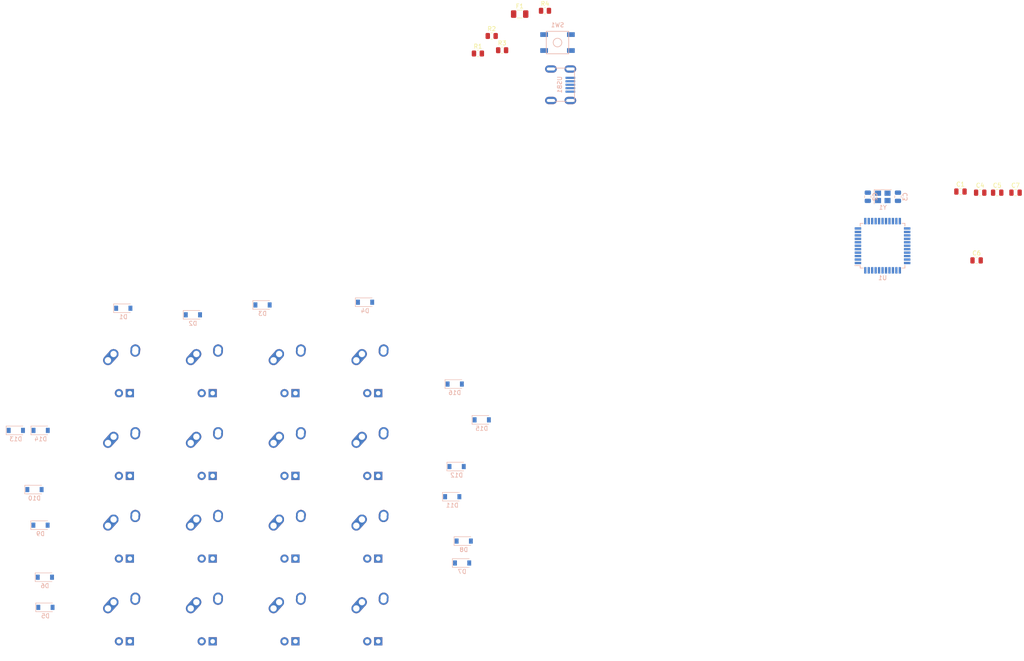
<source format=kicad_pcb>
(kicad_pcb (version 20171130) (host pcbnew "(5.1.8)-1")

  (general
    (thickness 1.6)
    (drawings 0)
    (tracks 0)
    (zones 0)
    (modules 48)
    (nets 65)
  )

  (page A4)
  (layers
    (0 F.Cu signal)
    (31 B.Cu signal)
    (32 B.Adhes user)
    (33 F.Adhes user)
    (34 B.Paste user)
    (35 F.Paste user)
    (36 B.SilkS user)
    (37 F.SilkS user)
    (38 B.Mask user)
    (39 F.Mask user)
    (40 Dwgs.User user)
    (41 Cmts.User user)
    (42 Eco1.User user)
    (43 Eco2.User user)
    (44 Edge.Cuts user)
    (45 Margin user)
    (46 B.CrtYd user)
    (47 F.CrtYd user)
    (48 B.Fab user)
    (49 F.Fab user)
  )

  (setup
    (last_trace_width 0.25)
    (trace_clearance 0.2)
    (zone_clearance 0.508)
    (zone_45_only no)
    (trace_min 0.2)
    (via_size 0.8)
    (via_drill 0.4)
    (via_min_size 0.4)
    (via_min_drill 0.3)
    (uvia_size 0.3)
    (uvia_drill 0.1)
    (uvias_allowed no)
    (uvia_min_size 0.2)
    (uvia_min_drill 0.1)
    (edge_width 0.05)
    (segment_width 0.2)
    (pcb_text_width 0.3)
    (pcb_text_size 1.5 1.5)
    (mod_edge_width 0.12)
    (mod_text_size 1 1)
    (mod_text_width 0.15)
    (pad_size 1.524 1.524)
    (pad_drill 0.762)
    (pad_to_mask_clearance 0)
    (aux_axis_origin 0 0)
    (visible_elements FFFFF77F)
    (pcbplotparams
      (layerselection 0x010fc_ffffffff)
      (usegerberextensions false)
      (usegerberattributes true)
      (usegerberadvancedattributes true)
      (creategerberjobfile true)
      (excludeedgelayer true)
      (linewidth 0.100000)
      (plotframeref false)
      (viasonmask false)
      (mode 1)
      (useauxorigin false)
      (hpglpennumber 1)
      (hpglpenspeed 20)
      (hpglpendiameter 15.000000)
      (psnegative false)
      (psa4output false)
      (plotreference true)
      (plotvalue true)
      (plotinvisibletext false)
      (padsonsilk false)
      (subtractmaskfromsilk false)
      (outputformat 1)
      (mirror false)
      (drillshape 1)
      (scaleselection 1)
      (outputdirectory ""))
  )

  (net 0 "")
  (net 1 GND)
  (net 2 +5V)
  (net 3 "Net-(C2-Pad2)")
  (net 4 "Net-(C3-Pad1)")
  (net 5 "Net-(C6-Pad1)")
  (net 6 "Net-(D1-Pad2)")
  (net 7 ROW0)
  (net 8 "Net-(D2-Pad2)")
  (net 9 ROW1)
  (net 10 "Net-(D3-Pad2)")
  (net 11 ROW2)
  (net 12 "Net-(D4-Pad2)")
  (net 13 ROW3)
  (net 14 "Net-(D5-Pad2)")
  (net 15 "Net-(D6-Pad2)")
  (net 16 "Net-(D7-Pad2)")
  (net 17 "Net-(D8-Pad2)")
  (net 18 "Net-(D9-Pad2)")
  (net 19 "Net-(D10-Pad2)")
  (net 20 "Net-(D11-Pad2)")
  (net 21 "Net-(D12-Pad2)")
  (net 22 "Net-(D13-Pad2)")
  (net 23 "Net-(D14-Pad2)")
  (net 24 "Net-(D15-Pad2)")
  (net 25 "Net-(D16-Pad2)")
  (net 26 VCC)
  (net 27 COL0)
  (net 28 COL1)
  (net 29 COL2)
  (net 30 COL3)
  (net 31 "Net-(R1-Pad2)")
  (net 32 D-)
  (net 33 D+)
  (net 34 "Net-(R2-Pad1)")
  (net 35 "Net-(R3-Pad2)")
  (net 36 "Net-(R4-Pad2)")
  (net 37 "Net-(U1-Pad42)")
  (net 38 "Net-(U1-Pad41)")
  (net 39 "Net-(U1-Pad40)")
  (net 40 "Net-(U1-Pad39)")
  (net 41 "Net-(U1-Pad38)")
  (net 42 "Net-(U1-Pad37)")
  (net 43 "Net-(U1-Pad36)")
  (net 44 "Net-(U1-Pad32)")
  (net 45 "Net-(U1-Pad31)")
  (net 46 "Net-(U1-Pad30)")
  (net 47 "Net-(U1-Pad29)")
  (net 48 "Net-(U1-Pad28)")
  (net 49 "Net-(U1-Pad27)")
  (net 50 "Net-(U1-Pad26)")
  (net 51 "Net-(U1-Pad25)")
  (net 52 "Net-(U1-Pad22)")
  (net 53 "Net-(U1-Pad21)")
  (net 54 "Net-(U1-Pad20)")
  (net 55 "Net-(U1-Pad19)")
  (net 56 "Net-(U1-Pad18)")
  (net 57 "Net-(U1-Pad12)")
  (net 58 "Net-(U1-Pad11)")
  (net 59 "Net-(U1-Pad10)")
  (net 60 "Net-(U1-Pad9)")
  (net 61 "Net-(U1-Pad8)")
  (net 62 "Net-(U1-Pad1)")
  (net 63 "Net-(USB1-Pad6)")
  (net 64 "Net-(USB1-Pad3)")

  (net_class Default "This is the default net class."
    (clearance 0.2)
    (trace_width 0.25)
    (via_dia 0.8)
    (via_drill 0.4)
    (uvia_dia 0.3)
    (uvia_drill 0.1)
    (add_net +5V)
    (add_net COL0)
    (add_net COL1)
    (add_net COL2)
    (add_net COL3)
    (add_net D+)
    (add_net D-)
    (add_net GND)
    (add_net "Net-(C2-Pad2)")
    (add_net "Net-(C3-Pad1)")
    (add_net "Net-(C6-Pad1)")
    (add_net "Net-(D1-Pad2)")
    (add_net "Net-(D10-Pad2)")
    (add_net "Net-(D11-Pad2)")
    (add_net "Net-(D12-Pad2)")
    (add_net "Net-(D13-Pad2)")
    (add_net "Net-(D14-Pad2)")
    (add_net "Net-(D15-Pad2)")
    (add_net "Net-(D16-Pad2)")
    (add_net "Net-(D2-Pad2)")
    (add_net "Net-(D3-Pad2)")
    (add_net "Net-(D4-Pad2)")
    (add_net "Net-(D5-Pad2)")
    (add_net "Net-(D6-Pad2)")
    (add_net "Net-(D7-Pad2)")
    (add_net "Net-(D8-Pad2)")
    (add_net "Net-(D9-Pad2)")
    (add_net "Net-(R1-Pad2)")
    (add_net "Net-(R2-Pad1)")
    (add_net "Net-(R3-Pad2)")
    (add_net "Net-(R4-Pad2)")
    (add_net "Net-(U1-Pad1)")
    (add_net "Net-(U1-Pad10)")
    (add_net "Net-(U1-Pad11)")
    (add_net "Net-(U1-Pad12)")
    (add_net "Net-(U1-Pad18)")
    (add_net "Net-(U1-Pad19)")
    (add_net "Net-(U1-Pad20)")
    (add_net "Net-(U1-Pad21)")
    (add_net "Net-(U1-Pad22)")
    (add_net "Net-(U1-Pad25)")
    (add_net "Net-(U1-Pad26)")
    (add_net "Net-(U1-Pad27)")
    (add_net "Net-(U1-Pad28)")
    (add_net "Net-(U1-Pad29)")
    (add_net "Net-(U1-Pad30)")
    (add_net "Net-(U1-Pad31)")
    (add_net "Net-(U1-Pad32)")
    (add_net "Net-(U1-Pad36)")
    (add_net "Net-(U1-Pad37)")
    (add_net "Net-(U1-Pad38)")
    (add_net "Net-(U1-Pad39)")
    (add_net "Net-(U1-Pad40)")
    (add_net "Net-(U1-Pad41)")
    (add_net "Net-(U1-Pad42)")
    (add_net "Net-(U1-Pad8)")
    (add_net "Net-(U1-Pad9)")
    (add_net "Net-(USB1-Pad3)")
    (add_net "Net-(USB1-Pad6)")
    (add_net ROW0)
    (add_net ROW1)
    (add_net ROW2)
    (add_net ROW3)
    (add_net VCC)
  )

  (module Crystal:Crystal_SMD_3225-4Pin_3.2x2.5mm (layer B.Cu) (tedit 5A0FD1B2) (tstamp 5FD5C1AE)
    (at 197.274 90.639)
    (descr "SMD Crystal SERIES SMD3225/4 http://www.txccrystal.com/images/pdf/7m-accuracy.pdf, 3.2x2.5mm^2 package")
    (tags "SMD SMT crystal")
    (path /5FD9DA55)
    (attr smd)
    (fp_text reference Y1 (at 0 2.45) (layer B.SilkS)
      (effects (font (size 1 1) (thickness 0.15)) (justify mirror))
    )
    (fp_text value Crystal_GND24_Small (at 0 -2.45) (layer B.Fab)
      (effects (font (size 1 1) (thickness 0.15)) (justify mirror))
    )
    (fp_text user %R (at 0 0) (layer B.Fab)
      (effects (font (size 0.7 0.7) (thickness 0.105)) (justify mirror))
    )
    (fp_line (start -1.6 1.25) (end -1.6 -1.25) (layer B.Fab) (width 0.1))
    (fp_line (start -1.6 -1.25) (end 1.6 -1.25) (layer B.Fab) (width 0.1))
    (fp_line (start 1.6 -1.25) (end 1.6 1.25) (layer B.Fab) (width 0.1))
    (fp_line (start 1.6 1.25) (end -1.6 1.25) (layer B.Fab) (width 0.1))
    (fp_line (start -1.6 -0.25) (end -0.6 -1.25) (layer B.Fab) (width 0.1))
    (fp_line (start -2 1.65) (end -2 -1.65) (layer B.SilkS) (width 0.12))
    (fp_line (start -2 -1.65) (end 2 -1.65) (layer B.SilkS) (width 0.12))
    (fp_line (start -2.1 1.7) (end -2.1 -1.7) (layer B.CrtYd) (width 0.05))
    (fp_line (start -2.1 -1.7) (end 2.1 -1.7) (layer B.CrtYd) (width 0.05))
    (fp_line (start 2.1 -1.7) (end 2.1 1.7) (layer B.CrtYd) (width 0.05))
    (fp_line (start 2.1 1.7) (end -2.1 1.7) (layer B.CrtYd) (width 0.05))
    (pad 4 smd rect (at -1.1 0.85) (size 1.4 1.2) (layers B.Cu B.Paste B.Mask)
      (net 1 GND))
    (pad 3 smd rect (at 1.1 0.85) (size 1.4 1.2) (layers B.Cu B.Paste B.Mask)
      (net 4 "Net-(C3-Pad1)"))
    (pad 2 smd rect (at 1.1 -0.85) (size 1.4 1.2) (layers B.Cu B.Paste B.Mask)
      (net 1 GND))
    (pad 1 smd rect (at -1.1 -0.85) (size 1.4 1.2) (layers B.Cu B.Paste B.Mask)
      (net 3 "Net-(C2-Pad2)"))
    (model ${KISYS3DMOD}/Crystal.3dshapes/Crystal_SMD_3225-4Pin_3.2x2.5mm.wrl
      (at (xyz 0 0 0))
      (scale (xyz 1 1 1))
      (rotate (xyz 0 0 0))
    )
  )

  (module random-keyboard-parts:Molex-0548190589 (layer B.Cu) (tedit 5C494815) (tstamp 5FD5C19A)
    (at 120.396 64.643)
    (path /5FEB8616)
    (attr smd)
    (fp_text reference USB1 (at 2.032 0 -90) (layer B.SilkS)
      (effects (font (size 1 1) (thickness 0.15)) (justify mirror))
    )
    (fp_text value Molex-0548190589 (at -5.08 0 -90) (layer Dwgs.User)
      (effects (font (size 1 1) (thickness 0.15)))
    )
    (fp_text user %R (at 2 0 -90) (layer B.CrtYd)
      (effects (font (size 1 1) (thickness 0.15)) (justify mirror))
    )
    (fp_line (start -3.75 3.85) (end -3.75 -3.85) (layer Dwgs.User) (width 0.15))
    (fp_line (start -1.75 4.572) (end -1.75 -4.572) (layer Dwgs.User) (width 0.15))
    (fp_line (start -3.75 -3.85) (end 0 -3.85) (layer Dwgs.User) (width 0.15))
    (fp_line (start -3.75 3.85) (end 0 3.85) (layer Dwgs.User) (width 0.15))
    (fp_line (start 5.45 3.85) (end 5.45 -3.85) (layer B.SilkS) (width 0.15))
    (fp_line (start 0 -3.85) (end 5.45 -3.85) (layer B.SilkS) (width 0.15))
    (fp_line (start 0 3.85) (end 5.45 3.85) (layer B.SilkS) (width 0.15))
    (fp_line (start -3.75 3.75) (end 5.5 3.75) (layer B.CrtYd) (width 0.15))
    (fp_line (start 5.5 3.75) (end 5.5 -3.75) (layer B.CrtYd) (width 0.15))
    (fp_line (start 5.5 -3.75) (end -3.75 -3.75) (layer B.CrtYd) (width 0.15))
    (fp_line (start -3.75 -3.75) (end -3.75 3.75) (layer B.CrtYd) (width 0.15))
    (fp_line (start 5.5 2) (end 3.25 2) (layer B.CrtYd) (width 0.15))
    (fp_line (start 3.25 2) (end 3.25 -2) (layer B.CrtYd) (width 0.15))
    (fp_line (start 3.25 -2) (end 5.5 -2) (layer B.CrtYd) (width 0.15))
    (fp_line (start 5.5 -1.25) (end 3.25 -1.25) (layer B.CrtYd) (width 0.15))
    (fp_line (start 3.25 -0.5) (end 5.5 -0.5) (layer B.CrtYd) (width 0.15))
    (fp_line (start 5.5 0.5) (end 3.25 0.5) (layer B.CrtYd) (width 0.15))
    (fp_line (start 3.25 1.25) (end 5.5 1.25) (layer B.CrtYd) (width 0.15))
    (pad 6 thru_hole oval (at 0 3.65) (size 2.7 1.7) (drill oval 1.9 0.7) (layers *.Cu *.Mask)
      (net 63 "Net-(USB1-Pad6)"))
    (pad 6 thru_hole oval (at 0 -3.65) (size 2.7 1.7) (drill oval 1.9 0.7) (layers *.Cu *.Mask)
      (net 63 "Net-(USB1-Pad6)"))
    (pad 6 thru_hole oval (at 4.5 -3.65) (size 2.7 1.7) (drill oval 1.9 0.7) (layers *.Cu *.Mask)
      (net 63 "Net-(USB1-Pad6)"))
    (pad 6 thru_hole oval (at 4.5 3.65) (size 2.7 1.7) (drill oval 1.9 0.7) (layers *.Cu *.Mask)
      (net 63 "Net-(USB1-Pad6)"))
    (pad 5 smd rect (at 4.5 1.6) (size 2.25 0.5) (layers B.Cu B.Paste B.Mask)
      (net 26 VCC))
    (pad 4 smd rect (at 4.5 0.8) (size 2.25 0.5) (layers B.Cu B.Paste B.Mask)
      (net 32 D-))
    (pad 3 smd rect (at 4.5 0) (size 2.25 0.5) (layers B.Cu B.Paste B.Mask)
      (net 64 "Net-(USB1-Pad3)"))
    (pad 2 smd rect (at 4.5 -0.8) (size 2.25 0.5) (layers B.Cu B.Paste B.Mask)
      (net 33 D+))
    (pad 1 smd rect (at 4.5 -1.6) (size 2.25 0.5) (layers B.Cu B.Paste B.Mask)
      (net 1 GND))
  )

  (module Package_QFP:TQFP-44_10x10mm_P0.8mm (layer B.Cu) (tedit 5A02F146) (tstamp 5FD5C17A)
    (at 197.218 101.966)
    (descr "44-Lead Plastic Thin Quad Flatpack (PT) - 10x10x1.0 mm Body [TQFP] (see Microchip Packaging Specification 00000049BS.pdf)")
    (tags "QFP 0.8")
    (path /5FD556EA)
    (attr smd)
    (fp_text reference U1 (at 0 7.45) (layer B.SilkS)
      (effects (font (size 1 1) (thickness 0.15)) (justify mirror))
    )
    (fp_text value ATmega32U4-AU (at 0 -7.45) (layer B.Fab)
      (effects (font (size 1 1) (thickness 0.15)) (justify mirror))
    )
    (fp_text user %R (at 0 0) (layer B.Fab)
      (effects (font (size 1 1) (thickness 0.15)) (justify mirror))
    )
    (fp_line (start -4 5) (end 5 5) (layer B.Fab) (width 0.15))
    (fp_line (start 5 5) (end 5 -5) (layer B.Fab) (width 0.15))
    (fp_line (start 5 -5) (end -5 -5) (layer B.Fab) (width 0.15))
    (fp_line (start -5 -5) (end -5 4) (layer B.Fab) (width 0.15))
    (fp_line (start -5 4) (end -4 5) (layer B.Fab) (width 0.15))
    (fp_line (start -6.7 6.7) (end -6.7 -6.7) (layer B.CrtYd) (width 0.05))
    (fp_line (start 6.7 6.7) (end 6.7 -6.7) (layer B.CrtYd) (width 0.05))
    (fp_line (start -6.7 6.7) (end 6.7 6.7) (layer B.CrtYd) (width 0.05))
    (fp_line (start -6.7 -6.7) (end 6.7 -6.7) (layer B.CrtYd) (width 0.05))
    (fp_line (start -5.175 5.175) (end -5.175 4.6) (layer B.SilkS) (width 0.15))
    (fp_line (start 5.175 5.175) (end 5.175 4.5) (layer B.SilkS) (width 0.15))
    (fp_line (start 5.175 -5.175) (end 5.175 -4.5) (layer B.SilkS) (width 0.15))
    (fp_line (start -5.175 -5.175) (end -5.175 -4.5) (layer B.SilkS) (width 0.15))
    (fp_line (start -5.175 5.175) (end -4.5 5.175) (layer B.SilkS) (width 0.15))
    (fp_line (start -5.175 -5.175) (end -4.5 -5.175) (layer B.SilkS) (width 0.15))
    (fp_line (start 5.175 -5.175) (end 4.5 -5.175) (layer B.SilkS) (width 0.15))
    (fp_line (start 5.175 5.175) (end 4.5 5.175) (layer B.SilkS) (width 0.15))
    (fp_line (start -5.175 4.6) (end -6.45 4.6) (layer B.SilkS) (width 0.15))
    (pad 44 smd rect (at -4 5.7 270) (size 1.5 0.55) (layers B.Cu B.Paste B.Mask)
      (net 2 +5V))
    (pad 43 smd rect (at -3.2 5.7 270) (size 1.5 0.55) (layers B.Cu B.Paste B.Mask)
      (net 1 GND))
    (pad 42 smd rect (at -2.4 5.7 270) (size 1.5 0.55) (layers B.Cu B.Paste B.Mask)
      (net 37 "Net-(U1-Pad42)"))
    (pad 41 smd rect (at -1.6 5.7 270) (size 1.5 0.55) (layers B.Cu B.Paste B.Mask)
      (net 38 "Net-(U1-Pad41)"))
    (pad 40 smd rect (at -0.8 5.7 270) (size 1.5 0.55) (layers B.Cu B.Paste B.Mask)
      (net 39 "Net-(U1-Pad40)"))
    (pad 39 smd rect (at 0 5.7 270) (size 1.5 0.55) (layers B.Cu B.Paste B.Mask)
      (net 40 "Net-(U1-Pad39)"))
    (pad 38 smd rect (at 0.8 5.7 270) (size 1.5 0.55) (layers B.Cu B.Paste B.Mask)
      (net 41 "Net-(U1-Pad38)"))
    (pad 37 smd rect (at 1.6 5.7 270) (size 1.5 0.55) (layers B.Cu B.Paste B.Mask)
      (net 42 "Net-(U1-Pad37)"))
    (pad 36 smd rect (at 2.4 5.7 270) (size 1.5 0.55) (layers B.Cu B.Paste B.Mask)
      (net 43 "Net-(U1-Pad36)"))
    (pad 35 smd rect (at 3.2 5.7 270) (size 1.5 0.55) (layers B.Cu B.Paste B.Mask)
      (net 1 GND))
    (pad 34 smd rect (at 4 5.7 270) (size 1.5 0.55) (layers B.Cu B.Paste B.Mask)
      (net 2 +5V))
    (pad 33 smd rect (at 5.7 4) (size 1.5 0.55) (layers B.Cu B.Paste B.Mask)
      (net 36 "Net-(R4-Pad2)"))
    (pad 32 smd rect (at 5.7 3.2) (size 1.5 0.55) (layers B.Cu B.Paste B.Mask)
      (net 44 "Net-(U1-Pad32)"))
    (pad 31 smd rect (at 5.7 2.4) (size 1.5 0.55) (layers B.Cu B.Paste B.Mask)
      (net 45 "Net-(U1-Pad31)"))
    (pad 30 smd rect (at 5.7 1.6) (size 1.5 0.55) (layers B.Cu B.Paste B.Mask)
      (net 46 "Net-(U1-Pad30)"))
    (pad 29 smd rect (at 5.7 0.8) (size 1.5 0.55) (layers B.Cu B.Paste B.Mask)
      (net 47 "Net-(U1-Pad29)"))
    (pad 28 smd rect (at 5.7 0) (size 1.5 0.55) (layers B.Cu B.Paste B.Mask)
      (net 48 "Net-(U1-Pad28)"))
    (pad 27 smd rect (at 5.7 -0.8) (size 1.5 0.55) (layers B.Cu B.Paste B.Mask)
      (net 49 "Net-(U1-Pad27)"))
    (pad 26 smd rect (at 5.7 -1.6) (size 1.5 0.55) (layers B.Cu B.Paste B.Mask)
      (net 50 "Net-(U1-Pad26)"))
    (pad 25 smd rect (at 5.7 -2.4) (size 1.5 0.55) (layers B.Cu B.Paste B.Mask)
      (net 51 "Net-(U1-Pad25)"))
    (pad 24 smd rect (at 5.7 -3.2) (size 1.5 0.55) (layers B.Cu B.Paste B.Mask)
      (net 2 +5V))
    (pad 23 smd rect (at 5.7 -4) (size 1.5 0.55) (layers B.Cu B.Paste B.Mask)
      (net 1 GND))
    (pad 22 smd rect (at 4 -5.7 270) (size 1.5 0.55) (layers B.Cu B.Paste B.Mask)
      (net 52 "Net-(U1-Pad22)"))
    (pad 21 smd rect (at 3.2 -5.7 270) (size 1.5 0.55) (layers B.Cu B.Paste B.Mask)
      (net 53 "Net-(U1-Pad21)"))
    (pad 20 smd rect (at 2.4 -5.7 270) (size 1.5 0.55) (layers B.Cu B.Paste B.Mask)
      (net 54 "Net-(U1-Pad20)"))
    (pad 19 smd rect (at 1.6 -5.7 270) (size 1.5 0.55) (layers B.Cu B.Paste B.Mask)
      (net 55 "Net-(U1-Pad19)"))
    (pad 18 smd rect (at 0.8 -5.7 270) (size 1.5 0.55) (layers B.Cu B.Paste B.Mask)
      (net 56 "Net-(U1-Pad18)"))
    (pad 17 smd rect (at 0 -5.7 270) (size 1.5 0.55) (layers B.Cu B.Paste B.Mask)
      (net 3 "Net-(C2-Pad2)"))
    (pad 16 smd rect (at -0.8 -5.7 270) (size 1.5 0.55) (layers B.Cu B.Paste B.Mask)
      (net 4 "Net-(C3-Pad1)"))
    (pad 15 smd rect (at -1.6 -5.7 270) (size 1.5 0.55) (layers B.Cu B.Paste B.Mask)
      (net 1 GND))
    (pad 14 smd rect (at -2.4 -5.7 270) (size 1.5 0.55) (layers B.Cu B.Paste B.Mask)
      (net 2 +5V))
    (pad 13 smd rect (at -3.2 -5.7 270) (size 1.5 0.55) (layers B.Cu B.Paste B.Mask)
      (net 35 "Net-(R3-Pad2)"))
    (pad 12 smd rect (at -4 -5.7 270) (size 1.5 0.55) (layers B.Cu B.Paste B.Mask)
      (net 57 "Net-(U1-Pad12)"))
    (pad 11 smd rect (at -5.7 -4) (size 1.5 0.55) (layers B.Cu B.Paste B.Mask)
      (net 58 "Net-(U1-Pad11)"))
    (pad 10 smd rect (at -5.7 -3.2) (size 1.5 0.55) (layers B.Cu B.Paste B.Mask)
      (net 59 "Net-(U1-Pad10)"))
    (pad 9 smd rect (at -5.7 -2.4) (size 1.5 0.55) (layers B.Cu B.Paste B.Mask)
      (net 60 "Net-(U1-Pad9)"))
    (pad 8 smd rect (at -5.7 -1.6) (size 1.5 0.55) (layers B.Cu B.Paste B.Mask)
      (net 61 "Net-(U1-Pad8)"))
    (pad 7 smd rect (at -5.7 -0.8) (size 1.5 0.55) (layers B.Cu B.Paste B.Mask)
      (net 2 +5V))
    (pad 6 smd rect (at -5.7 0) (size 1.5 0.55) (layers B.Cu B.Paste B.Mask)
      (net 5 "Net-(C6-Pad1)"))
    (pad 5 smd rect (at -5.7 0.8) (size 1.5 0.55) (layers B.Cu B.Paste B.Mask)
      (net 1 GND))
    (pad 4 smd rect (at -5.7 1.6) (size 1.5 0.55) (layers B.Cu B.Paste B.Mask)
      (net 34 "Net-(R2-Pad1)"))
    (pad 3 smd rect (at -5.7 2.4) (size 1.5 0.55) (layers B.Cu B.Paste B.Mask)
      (net 31 "Net-(R1-Pad2)"))
    (pad 2 smd rect (at -5.7 3.2) (size 1.5 0.55) (layers B.Cu B.Paste B.Mask)
      (net 2 +5V))
    (pad 1 smd rect (at -5.7 4) (size 1.5 0.55) (layers B.Cu B.Paste B.Mask)
      (net 62 "Net-(U1-Pad1)"))
    (model ${KISYS3DMOD}/Package_QFP.3dshapes/TQFP-44_10x10mm_P0.8mm.wrl
      (at (xyz 0 0 0))
      (scale (xyz 1 1 1))
      (rotate (xyz 0 0 0))
    )
  )

  (module random-keyboard-parts:SKQG-1155865 (layer B.Cu) (tedit 5E62B398) (tstamp 5FD5C137)
    (at 121.92 54.864)
    (path /5FD9B91C)
    (attr smd)
    (fp_text reference SW1 (at 0 -4.064) (layer B.SilkS)
      (effects (font (size 1 1) (thickness 0.15)) (justify mirror))
    )
    (fp_text value SW_Push (at 0 4.064) (layer B.Fab)
      (effects (font (size 1 1) (thickness 0.15)) (justify mirror))
    )
    (fp_line (start -2.6 -1.1) (end -1.1 -2.6) (layer B.Fab) (width 0.15))
    (fp_line (start 2.6 -1.1) (end 1.1 -2.6) (layer B.Fab) (width 0.15))
    (fp_line (start 2.6 1.1) (end 1.1 2.6) (layer B.Fab) (width 0.15))
    (fp_line (start -2.6 1.1) (end -1.1 2.6) (layer B.Fab) (width 0.15))
    (fp_circle (center 0 0) (end 1 0) (layer B.Fab) (width 0.15))
    (fp_line (start -4.2 1.1) (end -4.2 2.6) (layer B.Fab) (width 0.15))
    (fp_line (start -2.6 1.1) (end -4.2 1.1) (layer B.Fab) (width 0.15))
    (fp_line (start -2.6 -1.1) (end -2.6 1.1) (layer B.Fab) (width 0.15))
    (fp_line (start -4.2 -1.1) (end -2.6 -1.1) (layer B.Fab) (width 0.15))
    (fp_line (start -4.2 -2.6) (end -4.2 -1.1) (layer B.Fab) (width 0.15))
    (fp_line (start 4.2 -2.6) (end -4.2 -2.6) (layer B.Fab) (width 0.15))
    (fp_line (start 4.2 -1.1) (end 4.2 -2.6) (layer B.Fab) (width 0.15))
    (fp_line (start 2.6 -1.1) (end 4.2 -1.1) (layer B.Fab) (width 0.15))
    (fp_line (start 2.6 1.1) (end 2.6 -1.1) (layer B.Fab) (width 0.15))
    (fp_line (start 4.2 1.1) (end 2.6 1.1) (layer B.Fab) (width 0.15))
    (fp_line (start 4.2 2.6) (end 4.2 1.2) (layer B.Fab) (width 0.15))
    (fp_line (start -4.2 2.6) (end 4.2 2.6) (layer B.Fab) (width 0.15))
    (fp_circle (center 0 0) (end 1 0) (layer B.SilkS) (width 0.15))
    (fp_line (start -2.6 -2.6) (end -2.6 2.6) (layer B.SilkS) (width 0.15))
    (fp_line (start 2.6 -2.6) (end -2.6 -2.6) (layer B.SilkS) (width 0.15))
    (fp_line (start 2.6 2.6) (end 2.6 -2.6) (layer B.SilkS) (width 0.15))
    (fp_line (start -2.6 2.6) (end 2.6 2.6) (layer B.SilkS) (width 0.15))
    (pad 4 smd rect (at -3.1 -1.85) (size 1.8 1.1) (layers B.Cu B.Paste B.Mask))
    (pad 3 smd rect (at 3.1 1.85) (size 1.8 1.1) (layers B.Cu B.Paste B.Mask))
    (pad 2 smd rect (at -3.1 1.85) (size 1.8 1.1) (layers B.Cu B.Paste B.Mask)
      (net 35 "Net-(R3-Pad2)"))
    (pad 1 smd rect (at 3.1 -1.85) (size 1.8 1.1) (layers B.Cu B.Paste B.Mask)
      (net 1 GND))
    (model ${KISYS3DMOD}/Button_Switch_SMD.3dshapes/SW_SPST_TL3342.step
      (at (xyz 0 0 0))
      (scale (xyz 1 1 1))
      (rotate (xyz 0 0 0))
    )
  )

  (module Resistor_SMD:R_0805_2012Metric (layer F.Cu) (tedit 5F68FEEE) (tstamp 5FD5C119)
    (at 119.0225 47.498)
    (descr "Resistor SMD 0805 (2012 Metric), square (rectangular) end terminal, IPC_7351 nominal, (Body size source: IPC-SM-782 page 72, https://www.pcb-3d.com/wordpress/wp-content/uploads/ipc-sm-782a_amendment_1_and_2.pdf), generated with kicad-footprint-generator")
    (tags resistor)
    (path /5FD8B9CC)
    (attr smd)
    (fp_text reference R4 (at 0 -1.65) (layer F.SilkS)
      (effects (font (size 1 1) (thickness 0.15)))
    )
    (fp_text value 10k (at 0 1.65) (layer F.Fab)
      (effects (font (size 1 1) (thickness 0.15)))
    )
    (fp_text user %R (at 0 0) (layer F.Fab)
      (effects (font (size 0.5 0.5) (thickness 0.08)))
    )
    (fp_line (start -1 0.625) (end -1 -0.625) (layer F.Fab) (width 0.1))
    (fp_line (start -1 -0.625) (end 1 -0.625) (layer F.Fab) (width 0.1))
    (fp_line (start 1 -0.625) (end 1 0.625) (layer F.Fab) (width 0.1))
    (fp_line (start 1 0.625) (end -1 0.625) (layer F.Fab) (width 0.1))
    (fp_line (start -0.227064 -0.735) (end 0.227064 -0.735) (layer F.SilkS) (width 0.12))
    (fp_line (start -0.227064 0.735) (end 0.227064 0.735) (layer F.SilkS) (width 0.12))
    (fp_line (start -1.68 0.95) (end -1.68 -0.95) (layer F.CrtYd) (width 0.05))
    (fp_line (start -1.68 -0.95) (end 1.68 -0.95) (layer F.CrtYd) (width 0.05))
    (fp_line (start 1.68 -0.95) (end 1.68 0.95) (layer F.CrtYd) (width 0.05))
    (fp_line (start 1.68 0.95) (end -1.68 0.95) (layer F.CrtYd) (width 0.05))
    (pad 2 smd roundrect (at 0.9125 0) (size 1.025 1.4) (layers F.Cu F.Paste F.Mask) (roundrect_rratio 0.243902)
      (net 36 "Net-(R4-Pad2)"))
    (pad 1 smd roundrect (at -0.9125 0) (size 1.025 1.4) (layers F.Cu F.Paste F.Mask) (roundrect_rratio 0.243902)
      (net 1 GND))
    (model ${KISYS3DMOD}/Resistor_SMD.3dshapes/R_0805_2012Metric.wrl
      (at (xyz 0 0 0))
      (scale (xyz 1 1 1))
      (rotate (xyz 0 0 0))
    )
  )

  (module Resistor_SMD:R_0805_2012Metric (layer F.Cu) (tedit 5F68FEEE) (tstamp 5FD5C108)
    (at 109.093 56.642)
    (descr "Resistor SMD 0805 (2012 Metric), square (rectangular) end terminal, IPC_7351 nominal, (Body size source: IPC-SM-782 page 72, https://www.pcb-3d.com/wordpress/wp-content/uploads/ipc-sm-782a_amendment_1_and_2.pdf), generated with kicad-footprint-generator")
    (tags resistor)
    (path /5FDA8C43)
    (attr smd)
    (fp_text reference R3 (at 0 -1.65) (layer F.SilkS)
      (effects (font (size 1 1) (thickness 0.15)))
    )
    (fp_text value 10k (at 0 1.65) (layer F.Fab)
      (effects (font (size 1 1) (thickness 0.15)))
    )
    (fp_text user %R (at 0 0) (layer F.Fab)
      (effects (font (size 0.5 0.5) (thickness 0.08)))
    )
    (fp_line (start -1 0.625) (end -1 -0.625) (layer F.Fab) (width 0.1))
    (fp_line (start -1 -0.625) (end 1 -0.625) (layer F.Fab) (width 0.1))
    (fp_line (start 1 -0.625) (end 1 0.625) (layer F.Fab) (width 0.1))
    (fp_line (start 1 0.625) (end -1 0.625) (layer F.Fab) (width 0.1))
    (fp_line (start -0.227064 -0.735) (end 0.227064 -0.735) (layer F.SilkS) (width 0.12))
    (fp_line (start -0.227064 0.735) (end 0.227064 0.735) (layer F.SilkS) (width 0.12))
    (fp_line (start -1.68 0.95) (end -1.68 -0.95) (layer F.CrtYd) (width 0.05))
    (fp_line (start -1.68 -0.95) (end 1.68 -0.95) (layer F.CrtYd) (width 0.05))
    (fp_line (start 1.68 -0.95) (end 1.68 0.95) (layer F.CrtYd) (width 0.05))
    (fp_line (start 1.68 0.95) (end -1.68 0.95) (layer F.CrtYd) (width 0.05))
    (pad 2 smd roundrect (at 0.9125 0) (size 1.025 1.4) (layers F.Cu F.Paste F.Mask) (roundrect_rratio 0.243902)
      (net 35 "Net-(R3-Pad2)"))
    (pad 1 smd roundrect (at -0.9125 0) (size 1.025 1.4) (layers F.Cu F.Paste F.Mask) (roundrect_rratio 0.243902)
      (net 2 +5V))
    (model ${KISYS3DMOD}/Resistor_SMD.3dshapes/R_0805_2012Metric.wrl
      (at (xyz 0 0 0))
      (scale (xyz 1 1 1))
      (rotate (xyz 0 0 0))
    )
  )

  (module Resistor_SMD:R_0805_2012Metric (layer F.Cu) (tedit 5F68FEEE) (tstamp 5FD5C0F7)
    (at 106.68 53.34)
    (descr "Resistor SMD 0805 (2012 Metric), square (rectangular) end terminal, IPC_7351 nominal, (Body size source: IPC-SM-782 page 72, https://www.pcb-3d.com/wordpress/wp-content/uploads/ipc-sm-782a_amendment_1_and_2.pdf), generated with kicad-footprint-generator")
    (tags resistor)
    (path /5FD94CAC)
    (attr smd)
    (fp_text reference R2 (at 0 -1.65) (layer F.SilkS)
      (effects (font (size 1 1) (thickness 0.15)))
    )
    (fp_text value 22 (at 0 1.65) (layer F.Fab)
      (effects (font (size 1 1) (thickness 0.15)))
    )
    (fp_text user %R (at 0 0) (layer F.Fab)
      (effects (font (size 0.5 0.5) (thickness 0.08)))
    )
    (fp_line (start -1 0.625) (end -1 -0.625) (layer F.Fab) (width 0.1))
    (fp_line (start -1 -0.625) (end 1 -0.625) (layer F.Fab) (width 0.1))
    (fp_line (start 1 -0.625) (end 1 0.625) (layer F.Fab) (width 0.1))
    (fp_line (start 1 0.625) (end -1 0.625) (layer F.Fab) (width 0.1))
    (fp_line (start -0.227064 -0.735) (end 0.227064 -0.735) (layer F.SilkS) (width 0.12))
    (fp_line (start -0.227064 0.735) (end 0.227064 0.735) (layer F.SilkS) (width 0.12))
    (fp_line (start -1.68 0.95) (end -1.68 -0.95) (layer F.CrtYd) (width 0.05))
    (fp_line (start -1.68 -0.95) (end 1.68 -0.95) (layer F.CrtYd) (width 0.05))
    (fp_line (start 1.68 -0.95) (end 1.68 0.95) (layer F.CrtYd) (width 0.05))
    (fp_line (start 1.68 0.95) (end -1.68 0.95) (layer F.CrtYd) (width 0.05))
    (pad 2 smd roundrect (at 0.9125 0) (size 1.025 1.4) (layers F.Cu F.Paste F.Mask) (roundrect_rratio 0.243902)
      (net 33 D+))
    (pad 1 smd roundrect (at -0.9125 0) (size 1.025 1.4) (layers F.Cu F.Paste F.Mask) (roundrect_rratio 0.243902)
      (net 34 "Net-(R2-Pad1)"))
    (model ${KISYS3DMOD}/Resistor_SMD.3dshapes/R_0805_2012Metric.wrl
      (at (xyz 0 0 0))
      (scale (xyz 1 1 1))
      (rotate (xyz 0 0 0))
    )
  )

  (module Resistor_SMD:R_0805_2012Metric (layer F.Cu) (tedit 5F68FEEE) (tstamp 5FD5C0E6)
    (at 103.4815 57.404)
    (descr "Resistor SMD 0805 (2012 Metric), square (rectangular) end terminal, IPC_7351 nominal, (Body size source: IPC-SM-782 page 72, https://www.pcb-3d.com/wordpress/wp-content/uploads/ipc-sm-782a_amendment_1_and_2.pdf), generated with kicad-footprint-generator")
    (tags resistor)
    (path /5FD95A95)
    (attr smd)
    (fp_text reference R1 (at 0 -1.65) (layer F.SilkS)
      (effects (font (size 1 1) (thickness 0.15)))
    )
    (fp_text value 22 (at 0 1.65) (layer F.Fab)
      (effects (font (size 1 1) (thickness 0.15)))
    )
    (fp_text user %R (at 0 0) (layer F.Fab)
      (effects (font (size 0.5 0.5) (thickness 0.08)))
    )
    (fp_line (start -1 0.625) (end -1 -0.625) (layer F.Fab) (width 0.1))
    (fp_line (start -1 -0.625) (end 1 -0.625) (layer F.Fab) (width 0.1))
    (fp_line (start 1 -0.625) (end 1 0.625) (layer F.Fab) (width 0.1))
    (fp_line (start 1 0.625) (end -1 0.625) (layer F.Fab) (width 0.1))
    (fp_line (start -0.227064 -0.735) (end 0.227064 -0.735) (layer F.SilkS) (width 0.12))
    (fp_line (start -0.227064 0.735) (end 0.227064 0.735) (layer F.SilkS) (width 0.12))
    (fp_line (start -1.68 0.95) (end -1.68 -0.95) (layer F.CrtYd) (width 0.05))
    (fp_line (start -1.68 -0.95) (end 1.68 -0.95) (layer F.CrtYd) (width 0.05))
    (fp_line (start 1.68 -0.95) (end 1.68 0.95) (layer F.CrtYd) (width 0.05))
    (fp_line (start 1.68 0.95) (end -1.68 0.95) (layer F.CrtYd) (width 0.05))
    (pad 2 smd roundrect (at 0.9125 0) (size 1.025 1.4) (layers F.Cu F.Paste F.Mask) (roundrect_rratio 0.243902)
      (net 31 "Net-(R1-Pad2)"))
    (pad 1 smd roundrect (at -0.9125 0) (size 1.025 1.4) (layers F.Cu F.Paste F.Mask) (roundrect_rratio 0.243902)
      (net 32 D-))
    (model ${KISYS3DMOD}/Resistor_SMD.3dshapes/R_0805_2012Metric.wrl
      (at (xyz 0 0 0))
      (scale (xyz 1 1 1))
      (rotate (xyz 0 0 0))
    )
  )

  (module MX_Alps_Hybrid:MX-1U (layer F.Cu) (tedit 5A9F3A9A) (tstamp 5FD5C0D5)
    (at 79.121 188.595)
    (path /5FE7115C)
    (fp_text reference MX16 (at 0 3.175) (layer Dwgs.User)
      (effects (font (size 1 1) (thickness 0.15)))
    )
    (fp_text value MX-NoLED (at 0 -7.9375) (layer Dwgs.User)
      (effects (font (size 1 1) (thickness 0.15)))
    )
    (fp_line (start 5 -7) (end 7 -7) (layer Dwgs.User) (width 0.15))
    (fp_line (start 7 -7) (end 7 -5) (layer Dwgs.User) (width 0.15))
    (fp_line (start 5 7) (end 7 7) (layer Dwgs.User) (width 0.15))
    (fp_line (start 7 7) (end 7 5) (layer Dwgs.User) (width 0.15))
    (fp_line (start -7 5) (end -7 7) (layer Dwgs.User) (width 0.15))
    (fp_line (start -7 7) (end -5 7) (layer Dwgs.User) (width 0.15))
    (fp_line (start -5 -7) (end -7 -7) (layer Dwgs.User) (width 0.15))
    (fp_line (start -7 -7) (end -7 -5) (layer Dwgs.User) (width 0.15))
    (fp_line (start -9.525 -9.525) (end 9.525 -9.525) (layer Dwgs.User) (width 0.15))
    (fp_line (start 9.525 -9.525) (end 9.525 9.525) (layer Dwgs.User) (width 0.15))
    (fp_line (start 9.525 9.525) (end -9.525 9.525) (layer Dwgs.User) (width 0.15))
    (fp_line (start -9.525 9.525) (end -9.525 -9.525) (layer Dwgs.User) (width 0.15))
    (pad "" np_thru_hole circle (at 5.08 0 48.0996) (size 1.75 1.75) (drill 1.75) (layers *.Cu *.Mask))
    (pad "" np_thru_hole circle (at -5.08 0 48.0996) (size 1.75 1.75) (drill 1.75) (layers *.Cu *.Mask))
    (pad 4 thru_hole rect (at 1.27 5.08) (size 1.905 1.905) (drill 1.04) (layers *.Cu B.Mask))
    (pad 3 thru_hole circle (at -1.27 5.08) (size 1.905 1.905) (drill 1.04) (layers *.Cu B.Mask))
    (pad 1 thru_hole circle (at -2.5 -4) (size 2.25 2.25) (drill 1.47) (layers *.Cu B.Mask)
      (net 30 COL3))
    (pad "" np_thru_hole circle (at 0 0) (size 3.9878 3.9878) (drill 3.9878) (layers *.Cu *.Mask))
    (pad 1 thru_hole oval (at -3.81 -2.54 48.0996) (size 4.211556 2.25) (drill 1.47 (offset 0.980778 0)) (layers *.Cu B.Mask)
      (net 30 COL3))
    (pad 2 thru_hole circle (at 2.54 -5.08) (size 2.25 2.25) (drill 1.47) (layers *.Cu B.Mask)
      (net 25 "Net-(D16-Pad2)"))
    (pad 2 thru_hole oval (at 2.5 -4.5 86.0548) (size 2.831378 2.25) (drill 1.47 (offset 0.290689 0)) (layers *.Cu B.Mask)
      (net 25 "Net-(D16-Pad2)"))
  )

  (module MX_Alps_Hybrid:MX-1U (layer F.Cu) (tedit 5A9F3A9A) (tstamp 5FD5C0BC)
    (at 79.121 169.418)
    (path /5FE7114F)
    (fp_text reference MX15 (at 0 3.175) (layer Dwgs.User)
      (effects (font (size 1 1) (thickness 0.15)))
    )
    (fp_text value MX-NoLED (at 0 -7.9375) (layer Dwgs.User)
      (effects (font (size 1 1) (thickness 0.15)))
    )
    (fp_line (start 5 -7) (end 7 -7) (layer Dwgs.User) (width 0.15))
    (fp_line (start 7 -7) (end 7 -5) (layer Dwgs.User) (width 0.15))
    (fp_line (start 5 7) (end 7 7) (layer Dwgs.User) (width 0.15))
    (fp_line (start 7 7) (end 7 5) (layer Dwgs.User) (width 0.15))
    (fp_line (start -7 5) (end -7 7) (layer Dwgs.User) (width 0.15))
    (fp_line (start -7 7) (end -5 7) (layer Dwgs.User) (width 0.15))
    (fp_line (start -5 -7) (end -7 -7) (layer Dwgs.User) (width 0.15))
    (fp_line (start -7 -7) (end -7 -5) (layer Dwgs.User) (width 0.15))
    (fp_line (start -9.525 -9.525) (end 9.525 -9.525) (layer Dwgs.User) (width 0.15))
    (fp_line (start 9.525 -9.525) (end 9.525 9.525) (layer Dwgs.User) (width 0.15))
    (fp_line (start 9.525 9.525) (end -9.525 9.525) (layer Dwgs.User) (width 0.15))
    (fp_line (start -9.525 9.525) (end -9.525 -9.525) (layer Dwgs.User) (width 0.15))
    (pad "" np_thru_hole circle (at 5.08 0 48.0996) (size 1.75 1.75) (drill 1.75) (layers *.Cu *.Mask))
    (pad "" np_thru_hole circle (at -5.08 0 48.0996) (size 1.75 1.75) (drill 1.75) (layers *.Cu *.Mask))
    (pad 4 thru_hole rect (at 1.27 5.08) (size 1.905 1.905) (drill 1.04) (layers *.Cu B.Mask))
    (pad 3 thru_hole circle (at -1.27 5.08) (size 1.905 1.905) (drill 1.04) (layers *.Cu B.Mask))
    (pad 1 thru_hole circle (at -2.5 -4) (size 2.25 2.25) (drill 1.47) (layers *.Cu B.Mask)
      (net 30 COL3))
    (pad "" np_thru_hole circle (at 0 0) (size 3.9878 3.9878) (drill 3.9878) (layers *.Cu *.Mask))
    (pad 1 thru_hole oval (at -3.81 -2.54 48.0996) (size 4.211556 2.25) (drill 1.47 (offset 0.980778 0)) (layers *.Cu B.Mask)
      (net 30 COL3))
    (pad 2 thru_hole circle (at 2.54 -5.08) (size 2.25 2.25) (drill 1.47) (layers *.Cu B.Mask)
      (net 24 "Net-(D15-Pad2)"))
    (pad 2 thru_hole oval (at 2.5 -4.5 86.0548) (size 2.831378 2.25) (drill 1.47 (offset 0.290689 0)) (layers *.Cu B.Mask)
      (net 24 "Net-(D15-Pad2)"))
  )

  (module MX_Alps_Hybrid:MX-1U (layer F.Cu) (tedit 5A9F3A9A) (tstamp 5FD5C0A3)
    (at 79.121 150.241)
    (path /5FE71135)
    (fp_text reference MX14 (at 0 3.175) (layer Dwgs.User)
      (effects (font (size 1 1) (thickness 0.15)))
    )
    (fp_text value MX-NoLED (at 0 -7.9375) (layer Dwgs.User)
      (effects (font (size 1 1) (thickness 0.15)))
    )
    (fp_line (start 5 -7) (end 7 -7) (layer Dwgs.User) (width 0.15))
    (fp_line (start 7 -7) (end 7 -5) (layer Dwgs.User) (width 0.15))
    (fp_line (start 5 7) (end 7 7) (layer Dwgs.User) (width 0.15))
    (fp_line (start 7 7) (end 7 5) (layer Dwgs.User) (width 0.15))
    (fp_line (start -7 5) (end -7 7) (layer Dwgs.User) (width 0.15))
    (fp_line (start -7 7) (end -5 7) (layer Dwgs.User) (width 0.15))
    (fp_line (start -5 -7) (end -7 -7) (layer Dwgs.User) (width 0.15))
    (fp_line (start -7 -7) (end -7 -5) (layer Dwgs.User) (width 0.15))
    (fp_line (start -9.525 -9.525) (end 9.525 -9.525) (layer Dwgs.User) (width 0.15))
    (fp_line (start 9.525 -9.525) (end 9.525 9.525) (layer Dwgs.User) (width 0.15))
    (fp_line (start 9.525 9.525) (end -9.525 9.525) (layer Dwgs.User) (width 0.15))
    (fp_line (start -9.525 9.525) (end -9.525 -9.525) (layer Dwgs.User) (width 0.15))
    (pad "" np_thru_hole circle (at 5.08 0 48.0996) (size 1.75 1.75) (drill 1.75) (layers *.Cu *.Mask))
    (pad "" np_thru_hole circle (at -5.08 0 48.0996) (size 1.75 1.75) (drill 1.75) (layers *.Cu *.Mask))
    (pad 4 thru_hole rect (at 1.27 5.08) (size 1.905 1.905) (drill 1.04) (layers *.Cu B.Mask))
    (pad 3 thru_hole circle (at -1.27 5.08) (size 1.905 1.905) (drill 1.04) (layers *.Cu B.Mask))
    (pad 1 thru_hole circle (at -2.5 -4) (size 2.25 2.25) (drill 1.47) (layers *.Cu B.Mask)
      (net 30 COL3))
    (pad "" np_thru_hole circle (at 0 0) (size 3.9878 3.9878) (drill 3.9878) (layers *.Cu *.Mask))
    (pad 1 thru_hole oval (at -3.81 -2.54 48.0996) (size 4.211556 2.25) (drill 1.47 (offset 0.980778 0)) (layers *.Cu B.Mask)
      (net 30 COL3))
    (pad 2 thru_hole circle (at 2.54 -5.08) (size 2.25 2.25) (drill 1.47) (layers *.Cu B.Mask)
      (net 23 "Net-(D14-Pad2)"))
    (pad 2 thru_hole oval (at 2.5 -4.5 86.0548) (size 2.831378 2.25) (drill 1.47 (offset 0.290689 0)) (layers *.Cu B.Mask)
      (net 23 "Net-(D14-Pad2)"))
  )

  (module MX_Alps_Hybrid:MX-1U (layer F.Cu) (tedit 5A9F3A9A) (tstamp 5FD5C08A)
    (at 79.121 131.064)
    (path /5FE71142)
    (fp_text reference MX13 (at 0 3.175) (layer Dwgs.User)
      (effects (font (size 1 1) (thickness 0.15)))
    )
    (fp_text value MX-NoLED (at 0 -7.9375) (layer Dwgs.User)
      (effects (font (size 1 1) (thickness 0.15)))
    )
    (fp_line (start 5 -7) (end 7 -7) (layer Dwgs.User) (width 0.15))
    (fp_line (start 7 -7) (end 7 -5) (layer Dwgs.User) (width 0.15))
    (fp_line (start 5 7) (end 7 7) (layer Dwgs.User) (width 0.15))
    (fp_line (start 7 7) (end 7 5) (layer Dwgs.User) (width 0.15))
    (fp_line (start -7 5) (end -7 7) (layer Dwgs.User) (width 0.15))
    (fp_line (start -7 7) (end -5 7) (layer Dwgs.User) (width 0.15))
    (fp_line (start -5 -7) (end -7 -7) (layer Dwgs.User) (width 0.15))
    (fp_line (start -7 -7) (end -7 -5) (layer Dwgs.User) (width 0.15))
    (fp_line (start -9.525 -9.525) (end 9.525 -9.525) (layer Dwgs.User) (width 0.15))
    (fp_line (start 9.525 -9.525) (end 9.525 9.525) (layer Dwgs.User) (width 0.15))
    (fp_line (start 9.525 9.525) (end -9.525 9.525) (layer Dwgs.User) (width 0.15))
    (fp_line (start -9.525 9.525) (end -9.525 -9.525) (layer Dwgs.User) (width 0.15))
    (pad "" np_thru_hole circle (at 5.08 0 48.0996) (size 1.75 1.75) (drill 1.75) (layers *.Cu *.Mask))
    (pad "" np_thru_hole circle (at -5.08 0 48.0996) (size 1.75 1.75) (drill 1.75) (layers *.Cu *.Mask))
    (pad 4 thru_hole rect (at 1.27 5.08) (size 1.905 1.905) (drill 1.04) (layers *.Cu B.Mask))
    (pad 3 thru_hole circle (at -1.27 5.08) (size 1.905 1.905) (drill 1.04) (layers *.Cu B.Mask))
    (pad 1 thru_hole circle (at -2.5 -4) (size 2.25 2.25) (drill 1.47) (layers *.Cu B.Mask)
      (net 30 COL3))
    (pad "" np_thru_hole circle (at 0 0) (size 3.9878 3.9878) (drill 3.9878) (layers *.Cu *.Mask))
    (pad 1 thru_hole oval (at -3.81 -2.54 48.0996) (size 4.211556 2.25) (drill 1.47 (offset 0.980778 0)) (layers *.Cu B.Mask)
      (net 30 COL3))
    (pad 2 thru_hole circle (at 2.54 -5.08) (size 2.25 2.25) (drill 1.47) (layers *.Cu B.Mask)
      (net 22 "Net-(D13-Pad2)"))
    (pad 2 thru_hole oval (at 2.5 -4.5 86.0548) (size 2.831378 2.25) (drill 1.47 (offset 0.290689 0)) (layers *.Cu B.Mask)
      (net 22 "Net-(D13-Pad2)"))
  )

  (module MX_Alps_Hybrid:MX-1U (layer F.Cu) (tedit 5A9F3A9A) (tstamp 5FD5C071)
    (at 59.944 188.595)
    (path /5FE1DAA9)
    (fp_text reference MX12 (at 0 3.175) (layer Dwgs.User)
      (effects (font (size 1 1) (thickness 0.15)))
    )
    (fp_text value MX-NoLED (at 0 -7.9375) (layer Dwgs.User)
      (effects (font (size 1 1) (thickness 0.15)))
    )
    (fp_line (start 5 -7) (end 7 -7) (layer Dwgs.User) (width 0.15))
    (fp_line (start 7 -7) (end 7 -5) (layer Dwgs.User) (width 0.15))
    (fp_line (start 5 7) (end 7 7) (layer Dwgs.User) (width 0.15))
    (fp_line (start 7 7) (end 7 5) (layer Dwgs.User) (width 0.15))
    (fp_line (start -7 5) (end -7 7) (layer Dwgs.User) (width 0.15))
    (fp_line (start -7 7) (end -5 7) (layer Dwgs.User) (width 0.15))
    (fp_line (start -5 -7) (end -7 -7) (layer Dwgs.User) (width 0.15))
    (fp_line (start -7 -7) (end -7 -5) (layer Dwgs.User) (width 0.15))
    (fp_line (start -9.525 -9.525) (end 9.525 -9.525) (layer Dwgs.User) (width 0.15))
    (fp_line (start 9.525 -9.525) (end 9.525 9.525) (layer Dwgs.User) (width 0.15))
    (fp_line (start 9.525 9.525) (end -9.525 9.525) (layer Dwgs.User) (width 0.15))
    (fp_line (start -9.525 9.525) (end -9.525 -9.525) (layer Dwgs.User) (width 0.15))
    (pad "" np_thru_hole circle (at 5.08 0 48.0996) (size 1.75 1.75) (drill 1.75) (layers *.Cu *.Mask))
    (pad "" np_thru_hole circle (at -5.08 0 48.0996) (size 1.75 1.75) (drill 1.75) (layers *.Cu *.Mask))
    (pad 4 thru_hole rect (at 1.27 5.08) (size 1.905 1.905) (drill 1.04) (layers *.Cu B.Mask))
    (pad 3 thru_hole circle (at -1.27 5.08) (size 1.905 1.905) (drill 1.04) (layers *.Cu B.Mask))
    (pad 1 thru_hole circle (at -2.5 -4) (size 2.25 2.25) (drill 1.47) (layers *.Cu B.Mask)
      (net 29 COL2))
    (pad "" np_thru_hole circle (at 0 0) (size 3.9878 3.9878) (drill 3.9878) (layers *.Cu *.Mask))
    (pad 1 thru_hole oval (at -3.81 -2.54 48.0996) (size 4.211556 2.25) (drill 1.47 (offset 0.980778 0)) (layers *.Cu B.Mask)
      (net 29 COL2))
    (pad 2 thru_hole circle (at 2.54 -5.08) (size 2.25 2.25) (drill 1.47) (layers *.Cu B.Mask)
      (net 21 "Net-(D12-Pad2)"))
    (pad 2 thru_hole oval (at 2.5 -4.5 86.0548) (size 2.831378 2.25) (drill 1.47 (offset 0.290689 0)) (layers *.Cu B.Mask)
      (net 21 "Net-(D12-Pad2)"))
  )

  (module MX_Alps_Hybrid:MX-1U (layer F.Cu) (tedit 5A9F3A9A) (tstamp 5FD5C058)
    (at 59.944 169.418)
    (path /5FE1DA82)
    (fp_text reference MX11 (at 0 3.175) (layer Dwgs.User)
      (effects (font (size 1 1) (thickness 0.15)))
    )
    (fp_text value MX-NoLED (at 0 -7.9375) (layer Dwgs.User)
      (effects (font (size 1 1) (thickness 0.15)))
    )
    (fp_line (start 5 -7) (end 7 -7) (layer Dwgs.User) (width 0.15))
    (fp_line (start 7 -7) (end 7 -5) (layer Dwgs.User) (width 0.15))
    (fp_line (start 5 7) (end 7 7) (layer Dwgs.User) (width 0.15))
    (fp_line (start 7 7) (end 7 5) (layer Dwgs.User) (width 0.15))
    (fp_line (start -7 5) (end -7 7) (layer Dwgs.User) (width 0.15))
    (fp_line (start -7 7) (end -5 7) (layer Dwgs.User) (width 0.15))
    (fp_line (start -5 -7) (end -7 -7) (layer Dwgs.User) (width 0.15))
    (fp_line (start -7 -7) (end -7 -5) (layer Dwgs.User) (width 0.15))
    (fp_line (start -9.525 -9.525) (end 9.525 -9.525) (layer Dwgs.User) (width 0.15))
    (fp_line (start 9.525 -9.525) (end 9.525 9.525) (layer Dwgs.User) (width 0.15))
    (fp_line (start 9.525 9.525) (end -9.525 9.525) (layer Dwgs.User) (width 0.15))
    (fp_line (start -9.525 9.525) (end -9.525 -9.525) (layer Dwgs.User) (width 0.15))
    (pad "" np_thru_hole circle (at 5.08 0 48.0996) (size 1.75 1.75) (drill 1.75) (layers *.Cu *.Mask))
    (pad "" np_thru_hole circle (at -5.08 0 48.0996) (size 1.75 1.75) (drill 1.75) (layers *.Cu *.Mask))
    (pad 4 thru_hole rect (at 1.27 5.08) (size 1.905 1.905) (drill 1.04) (layers *.Cu B.Mask))
    (pad 3 thru_hole circle (at -1.27 5.08) (size 1.905 1.905) (drill 1.04) (layers *.Cu B.Mask))
    (pad 1 thru_hole circle (at -2.5 -4) (size 2.25 2.25) (drill 1.47) (layers *.Cu B.Mask)
      (net 29 COL2))
    (pad "" np_thru_hole circle (at 0 0) (size 3.9878 3.9878) (drill 3.9878) (layers *.Cu *.Mask))
    (pad 1 thru_hole oval (at -3.81 -2.54 48.0996) (size 4.211556 2.25) (drill 1.47 (offset 0.980778 0)) (layers *.Cu B.Mask)
      (net 29 COL2))
    (pad 2 thru_hole circle (at 2.54 -5.08) (size 2.25 2.25) (drill 1.47) (layers *.Cu B.Mask)
      (net 20 "Net-(D11-Pad2)"))
    (pad 2 thru_hole oval (at 2.5 -4.5 86.0548) (size 2.831378 2.25) (drill 1.47 (offset 0.290689 0)) (layers *.Cu B.Mask)
      (net 20 "Net-(D11-Pad2)"))
  )

  (module MX_Alps_Hybrid:MX-1U (layer F.Cu) (tedit 5A9F3A9A) (tstamp 5FD5C03F)
    (at 59.944 150.241)
    (path /5FE15B41)
    (fp_text reference MX10 (at 0 3.175) (layer Dwgs.User)
      (effects (font (size 1 1) (thickness 0.15)))
    )
    (fp_text value MX-NoLED (at 0 -7.9375) (layer Dwgs.User)
      (effects (font (size 1 1) (thickness 0.15)))
    )
    (fp_line (start 5 -7) (end 7 -7) (layer Dwgs.User) (width 0.15))
    (fp_line (start 7 -7) (end 7 -5) (layer Dwgs.User) (width 0.15))
    (fp_line (start 5 7) (end 7 7) (layer Dwgs.User) (width 0.15))
    (fp_line (start 7 7) (end 7 5) (layer Dwgs.User) (width 0.15))
    (fp_line (start -7 5) (end -7 7) (layer Dwgs.User) (width 0.15))
    (fp_line (start -7 7) (end -5 7) (layer Dwgs.User) (width 0.15))
    (fp_line (start -5 -7) (end -7 -7) (layer Dwgs.User) (width 0.15))
    (fp_line (start -7 -7) (end -7 -5) (layer Dwgs.User) (width 0.15))
    (fp_line (start -9.525 -9.525) (end 9.525 -9.525) (layer Dwgs.User) (width 0.15))
    (fp_line (start 9.525 -9.525) (end 9.525 9.525) (layer Dwgs.User) (width 0.15))
    (fp_line (start 9.525 9.525) (end -9.525 9.525) (layer Dwgs.User) (width 0.15))
    (fp_line (start -9.525 9.525) (end -9.525 -9.525) (layer Dwgs.User) (width 0.15))
    (pad "" np_thru_hole circle (at 5.08 0 48.0996) (size 1.75 1.75) (drill 1.75) (layers *.Cu *.Mask))
    (pad "" np_thru_hole circle (at -5.08 0 48.0996) (size 1.75 1.75) (drill 1.75) (layers *.Cu *.Mask))
    (pad 4 thru_hole rect (at 1.27 5.08) (size 1.905 1.905) (drill 1.04) (layers *.Cu B.Mask))
    (pad 3 thru_hole circle (at -1.27 5.08) (size 1.905 1.905) (drill 1.04) (layers *.Cu B.Mask))
    (pad 1 thru_hole circle (at -2.5 -4) (size 2.25 2.25) (drill 1.47) (layers *.Cu B.Mask)
      (net 29 COL2))
    (pad "" np_thru_hole circle (at 0 0) (size 3.9878 3.9878) (drill 3.9878) (layers *.Cu *.Mask))
    (pad 1 thru_hole oval (at -3.81 -2.54 48.0996) (size 4.211556 2.25) (drill 1.47 (offset 0.980778 0)) (layers *.Cu B.Mask)
      (net 29 COL2))
    (pad 2 thru_hole circle (at 2.54 -5.08) (size 2.25 2.25) (drill 1.47) (layers *.Cu B.Mask)
      (net 19 "Net-(D10-Pad2)"))
    (pad 2 thru_hole oval (at 2.5 -4.5 86.0548) (size 2.831378 2.25) (drill 1.47 (offset 0.290689 0)) (layers *.Cu B.Mask)
      (net 19 "Net-(D10-Pad2)"))
  )

  (module MX_Alps_Hybrid:MX-1U (layer F.Cu) (tedit 5A9F3A9A) (tstamp 5FD5C026)
    (at 59.944 131.064)
    (path /5FE0B0AC)
    (fp_text reference MX9 (at 0 3.175) (layer Dwgs.User)
      (effects (font (size 1 1) (thickness 0.15)))
    )
    (fp_text value MX-NoLED (at 0 -7.9375) (layer Dwgs.User)
      (effects (font (size 1 1) (thickness 0.15)))
    )
    (fp_line (start 5 -7) (end 7 -7) (layer Dwgs.User) (width 0.15))
    (fp_line (start 7 -7) (end 7 -5) (layer Dwgs.User) (width 0.15))
    (fp_line (start 5 7) (end 7 7) (layer Dwgs.User) (width 0.15))
    (fp_line (start 7 7) (end 7 5) (layer Dwgs.User) (width 0.15))
    (fp_line (start -7 5) (end -7 7) (layer Dwgs.User) (width 0.15))
    (fp_line (start -7 7) (end -5 7) (layer Dwgs.User) (width 0.15))
    (fp_line (start -5 -7) (end -7 -7) (layer Dwgs.User) (width 0.15))
    (fp_line (start -7 -7) (end -7 -5) (layer Dwgs.User) (width 0.15))
    (fp_line (start -9.525 -9.525) (end 9.525 -9.525) (layer Dwgs.User) (width 0.15))
    (fp_line (start 9.525 -9.525) (end 9.525 9.525) (layer Dwgs.User) (width 0.15))
    (fp_line (start 9.525 9.525) (end -9.525 9.525) (layer Dwgs.User) (width 0.15))
    (fp_line (start -9.525 9.525) (end -9.525 -9.525) (layer Dwgs.User) (width 0.15))
    (pad "" np_thru_hole circle (at 5.08 0 48.0996) (size 1.75 1.75) (drill 1.75) (layers *.Cu *.Mask))
    (pad "" np_thru_hole circle (at -5.08 0 48.0996) (size 1.75 1.75) (drill 1.75) (layers *.Cu *.Mask))
    (pad 4 thru_hole rect (at 1.27 5.08) (size 1.905 1.905) (drill 1.04) (layers *.Cu B.Mask))
    (pad 3 thru_hole circle (at -1.27 5.08) (size 1.905 1.905) (drill 1.04) (layers *.Cu B.Mask))
    (pad 1 thru_hole circle (at -2.5 -4) (size 2.25 2.25) (drill 1.47) (layers *.Cu B.Mask)
      (net 29 COL2))
    (pad "" np_thru_hole circle (at 0 0) (size 3.9878 3.9878) (drill 3.9878) (layers *.Cu *.Mask))
    (pad 1 thru_hole oval (at -3.81 -2.54 48.0996) (size 4.211556 2.25) (drill 1.47 (offset 0.980778 0)) (layers *.Cu B.Mask)
      (net 29 COL2))
    (pad 2 thru_hole circle (at 2.54 -5.08) (size 2.25 2.25) (drill 1.47) (layers *.Cu B.Mask)
      (net 18 "Net-(D9-Pad2)"))
    (pad 2 thru_hole oval (at 2.5 -4.5 86.0548) (size 2.831378 2.25) (drill 1.47 (offset 0.290689 0)) (layers *.Cu B.Mask)
      (net 18 "Net-(D9-Pad2)"))
  )

  (module MX_Alps_Hybrid:MX-1U (layer F.Cu) (tedit 5A9F3A9A) (tstamp 5FD5C00D)
    (at 40.767 188.595)
    (path /5FE1DA9C)
    (fp_text reference MX8 (at 0 3.175) (layer Dwgs.User)
      (effects (font (size 1 1) (thickness 0.15)))
    )
    (fp_text value MX-NoLED (at 0 -7.9375) (layer Dwgs.User)
      (effects (font (size 1 1) (thickness 0.15)))
    )
    (fp_line (start 5 -7) (end 7 -7) (layer Dwgs.User) (width 0.15))
    (fp_line (start 7 -7) (end 7 -5) (layer Dwgs.User) (width 0.15))
    (fp_line (start 5 7) (end 7 7) (layer Dwgs.User) (width 0.15))
    (fp_line (start 7 7) (end 7 5) (layer Dwgs.User) (width 0.15))
    (fp_line (start -7 5) (end -7 7) (layer Dwgs.User) (width 0.15))
    (fp_line (start -7 7) (end -5 7) (layer Dwgs.User) (width 0.15))
    (fp_line (start -5 -7) (end -7 -7) (layer Dwgs.User) (width 0.15))
    (fp_line (start -7 -7) (end -7 -5) (layer Dwgs.User) (width 0.15))
    (fp_line (start -9.525 -9.525) (end 9.525 -9.525) (layer Dwgs.User) (width 0.15))
    (fp_line (start 9.525 -9.525) (end 9.525 9.525) (layer Dwgs.User) (width 0.15))
    (fp_line (start 9.525 9.525) (end -9.525 9.525) (layer Dwgs.User) (width 0.15))
    (fp_line (start -9.525 9.525) (end -9.525 -9.525) (layer Dwgs.User) (width 0.15))
    (pad "" np_thru_hole circle (at 5.08 0 48.0996) (size 1.75 1.75) (drill 1.75) (layers *.Cu *.Mask))
    (pad "" np_thru_hole circle (at -5.08 0 48.0996) (size 1.75 1.75) (drill 1.75) (layers *.Cu *.Mask))
    (pad 4 thru_hole rect (at 1.27 5.08) (size 1.905 1.905) (drill 1.04) (layers *.Cu B.Mask))
    (pad 3 thru_hole circle (at -1.27 5.08) (size 1.905 1.905) (drill 1.04) (layers *.Cu B.Mask))
    (pad 1 thru_hole circle (at -2.5 -4) (size 2.25 2.25) (drill 1.47) (layers *.Cu B.Mask)
      (net 28 COL1))
    (pad "" np_thru_hole circle (at 0 0) (size 3.9878 3.9878) (drill 3.9878) (layers *.Cu *.Mask))
    (pad 1 thru_hole oval (at -3.81 -2.54 48.0996) (size 4.211556 2.25) (drill 1.47 (offset 0.980778 0)) (layers *.Cu B.Mask)
      (net 28 COL1))
    (pad 2 thru_hole circle (at 2.54 -5.08) (size 2.25 2.25) (drill 1.47) (layers *.Cu B.Mask)
      (net 17 "Net-(D8-Pad2)"))
    (pad 2 thru_hole oval (at 2.5 -4.5 86.0548) (size 2.831378 2.25) (drill 1.47 (offset 0.290689 0)) (layers *.Cu B.Mask)
      (net 17 "Net-(D8-Pad2)"))
  )

  (module MX_Alps_Hybrid:MX-1U (layer F.Cu) (tedit 5A9F3A9A) (tstamp 5FD5BFF4)
    (at 40.767 169.418)
    (path /5FE15B5B)
    (fp_text reference MX7 (at 0 3.175) (layer Dwgs.User)
      (effects (font (size 1 1) (thickness 0.15)))
    )
    (fp_text value MX-NoLED (at 0 -7.9375) (layer Dwgs.User)
      (effects (font (size 1 1) (thickness 0.15)))
    )
    (fp_line (start 5 -7) (end 7 -7) (layer Dwgs.User) (width 0.15))
    (fp_line (start 7 -7) (end 7 -5) (layer Dwgs.User) (width 0.15))
    (fp_line (start 5 7) (end 7 7) (layer Dwgs.User) (width 0.15))
    (fp_line (start 7 7) (end 7 5) (layer Dwgs.User) (width 0.15))
    (fp_line (start -7 5) (end -7 7) (layer Dwgs.User) (width 0.15))
    (fp_line (start -7 7) (end -5 7) (layer Dwgs.User) (width 0.15))
    (fp_line (start -5 -7) (end -7 -7) (layer Dwgs.User) (width 0.15))
    (fp_line (start -7 -7) (end -7 -5) (layer Dwgs.User) (width 0.15))
    (fp_line (start -9.525 -9.525) (end 9.525 -9.525) (layer Dwgs.User) (width 0.15))
    (fp_line (start 9.525 -9.525) (end 9.525 9.525) (layer Dwgs.User) (width 0.15))
    (fp_line (start 9.525 9.525) (end -9.525 9.525) (layer Dwgs.User) (width 0.15))
    (fp_line (start -9.525 9.525) (end -9.525 -9.525) (layer Dwgs.User) (width 0.15))
    (pad "" np_thru_hole circle (at 5.08 0 48.0996) (size 1.75 1.75) (drill 1.75) (layers *.Cu *.Mask))
    (pad "" np_thru_hole circle (at -5.08 0 48.0996) (size 1.75 1.75) (drill 1.75) (layers *.Cu *.Mask))
    (pad 4 thru_hole rect (at 1.27 5.08) (size 1.905 1.905) (drill 1.04) (layers *.Cu B.Mask))
    (pad 3 thru_hole circle (at -1.27 5.08) (size 1.905 1.905) (drill 1.04) (layers *.Cu B.Mask))
    (pad 1 thru_hole circle (at -2.5 -4) (size 2.25 2.25) (drill 1.47) (layers *.Cu B.Mask)
      (net 28 COL1))
    (pad "" np_thru_hole circle (at 0 0) (size 3.9878 3.9878) (drill 3.9878) (layers *.Cu *.Mask))
    (pad 1 thru_hole oval (at -3.81 -2.54 48.0996) (size 4.211556 2.25) (drill 1.47 (offset 0.980778 0)) (layers *.Cu B.Mask)
      (net 28 COL1))
    (pad 2 thru_hole circle (at 2.54 -5.08) (size 2.25 2.25) (drill 1.47) (layers *.Cu B.Mask)
      (net 16 "Net-(D7-Pad2)"))
    (pad 2 thru_hole oval (at 2.5 -4.5 86.0548) (size 2.831378 2.25) (drill 1.47 (offset 0.290689 0)) (layers *.Cu B.Mask)
      (net 16 "Net-(D7-Pad2)"))
  )

  (module MX_Alps_Hybrid:MX-1U (layer F.Cu) (tedit 5A9F3A9A) (tstamp 5FD5BFDB)
    (at 40.767 150.241)
    (path /5FE15B34)
    (fp_text reference MX6 (at 0 3.175) (layer Dwgs.User)
      (effects (font (size 1 1) (thickness 0.15)))
    )
    (fp_text value MX-NoLED (at 0 -7.9375) (layer Dwgs.User)
      (effects (font (size 1 1) (thickness 0.15)))
    )
    (fp_line (start 5 -7) (end 7 -7) (layer Dwgs.User) (width 0.15))
    (fp_line (start 7 -7) (end 7 -5) (layer Dwgs.User) (width 0.15))
    (fp_line (start 5 7) (end 7 7) (layer Dwgs.User) (width 0.15))
    (fp_line (start 7 7) (end 7 5) (layer Dwgs.User) (width 0.15))
    (fp_line (start -7 5) (end -7 7) (layer Dwgs.User) (width 0.15))
    (fp_line (start -7 7) (end -5 7) (layer Dwgs.User) (width 0.15))
    (fp_line (start -5 -7) (end -7 -7) (layer Dwgs.User) (width 0.15))
    (fp_line (start -7 -7) (end -7 -5) (layer Dwgs.User) (width 0.15))
    (fp_line (start -9.525 -9.525) (end 9.525 -9.525) (layer Dwgs.User) (width 0.15))
    (fp_line (start 9.525 -9.525) (end 9.525 9.525) (layer Dwgs.User) (width 0.15))
    (fp_line (start 9.525 9.525) (end -9.525 9.525) (layer Dwgs.User) (width 0.15))
    (fp_line (start -9.525 9.525) (end -9.525 -9.525) (layer Dwgs.User) (width 0.15))
    (pad "" np_thru_hole circle (at 5.08 0 48.0996) (size 1.75 1.75) (drill 1.75) (layers *.Cu *.Mask))
    (pad "" np_thru_hole circle (at -5.08 0 48.0996) (size 1.75 1.75) (drill 1.75) (layers *.Cu *.Mask))
    (pad 4 thru_hole rect (at 1.27 5.08) (size 1.905 1.905) (drill 1.04) (layers *.Cu B.Mask))
    (pad 3 thru_hole circle (at -1.27 5.08) (size 1.905 1.905) (drill 1.04) (layers *.Cu B.Mask))
    (pad 1 thru_hole circle (at -2.5 -4) (size 2.25 2.25) (drill 1.47) (layers *.Cu B.Mask)
      (net 28 COL1))
    (pad "" np_thru_hole circle (at 0 0) (size 3.9878 3.9878) (drill 3.9878) (layers *.Cu *.Mask))
    (pad 1 thru_hole oval (at -3.81 -2.54 48.0996) (size 4.211556 2.25) (drill 1.47 (offset 0.980778 0)) (layers *.Cu B.Mask)
      (net 28 COL1))
    (pad 2 thru_hole circle (at 2.54 -5.08) (size 2.25 2.25) (drill 1.47) (layers *.Cu B.Mask)
      (net 15 "Net-(D6-Pad2)"))
    (pad 2 thru_hole oval (at 2.5 -4.5 86.0548) (size 2.831378 2.25) (drill 1.47 (offset 0.290689 0)) (layers *.Cu B.Mask)
      (net 15 "Net-(D6-Pad2)"))
  )

  (module MX_Alps_Hybrid:MX-1U (layer F.Cu) (tedit 5A9F3A9A) (tstamp 5FD5BFC2)
    (at 40.767 131.064)
    (path /5FE02BBA)
    (fp_text reference MX5 (at 0 3.175) (layer Dwgs.User)
      (effects (font (size 1 1) (thickness 0.15)))
    )
    (fp_text value MX-NoLED (at 0 -7.9375) (layer Dwgs.User)
      (effects (font (size 1 1) (thickness 0.15)))
    )
    (fp_line (start 5 -7) (end 7 -7) (layer Dwgs.User) (width 0.15))
    (fp_line (start 7 -7) (end 7 -5) (layer Dwgs.User) (width 0.15))
    (fp_line (start 5 7) (end 7 7) (layer Dwgs.User) (width 0.15))
    (fp_line (start 7 7) (end 7 5) (layer Dwgs.User) (width 0.15))
    (fp_line (start -7 5) (end -7 7) (layer Dwgs.User) (width 0.15))
    (fp_line (start -7 7) (end -5 7) (layer Dwgs.User) (width 0.15))
    (fp_line (start -5 -7) (end -7 -7) (layer Dwgs.User) (width 0.15))
    (fp_line (start -7 -7) (end -7 -5) (layer Dwgs.User) (width 0.15))
    (fp_line (start -9.525 -9.525) (end 9.525 -9.525) (layer Dwgs.User) (width 0.15))
    (fp_line (start 9.525 -9.525) (end 9.525 9.525) (layer Dwgs.User) (width 0.15))
    (fp_line (start 9.525 9.525) (end -9.525 9.525) (layer Dwgs.User) (width 0.15))
    (fp_line (start -9.525 9.525) (end -9.525 -9.525) (layer Dwgs.User) (width 0.15))
    (pad "" np_thru_hole circle (at 5.08 0 48.0996) (size 1.75 1.75) (drill 1.75) (layers *.Cu *.Mask))
    (pad "" np_thru_hole circle (at -5.08 0 48.0996) (size 1.75 1.75) (drill 1.75) (layers *.Cu *.Mask))
    (pad 4 thru_hole rect (at 1.27 5.08) (size 1.905 1.905) (drill 1.04) (layers *.Cu B.Mask))
    (pad 3 thru_hole circle (at -1.27 5.08) (size 1.905 1.905) (drill 1.04) (layers *.Cu B.Mask))
    (pad 1 thru_hole circle (at -2.5 -4) (size 2.25 2.25) (drill 1.47) (layers *.Cu B.Mask)
      (net 28 COL1))
    (pad "" np_thru_hole circle (at 0 0) (size 3.9878 3.9878) (drill 3.9878) (layers *.Cu *.Mask))
    (pad 1 thru_hole oval (at -3.81 -2.54 48.0996) (size 4.211556 2.25) (drill 1.47 (offset 0.980778 0)) (layers *.Cu B.Mask)
      (net 28 COL1))
    (pad 2 thru_hole circle (at 2.54 -5.08) (size 2.25 2.25) (drill 1.47) (layers *.Cu B.Mask)
      (net 14 "Net-(D5-Pad2)"))
    (pad 2 thru_hole oval (at 2.5 -4.5 86.0548) (size 2.831378 2.25) (drill 1.47 (offset 0.290689 0)) (layers *.Cu B.Mask)
      (net 14 "Net-(D5-Pad2)"))
  )

  (module MX_Alps_Hybrid:MX-1U (layer F.Cu) (tedit 5A9F3A9A) (tstamp 5FD5BFA9)
    (at 21.59 188.595)
    (path /5FE1DA8F)
    (fp_text reference MX4 (at 0 3.175) (layer Dwgs.User)
      (effects (font (size 1 1) (thickness 0.15)))
    )
    (fp_text value MX-NoLED (at 0 -7.9375) (layer Dwgs.User)
      (effects (font (size 1 1) (thickness 0.15)))
    )
    (fp_line (start 5 -7) (end 7 -7) (layer Dwgs.User) (width 0.15))
    (fp_line (start 7 -7) (end 7 -5) (layer Dwgs.User) (width 0.15))
    (fp_line (start 5 7) (end 7 7) (layer Dwgs.User) (width 0.15))
    (fp_line (start 7 7) (end 7 5) (layer Dwgs.User) (width 0.15))
    (fp_line (start -7 5) (end -7 7) (layer Dwgs.User) (width 0.15))
    (fp_line (start -7 7) (end -5 7) (layer Dwgs.User) (width 0.15))
    (fp_line (start -5 -7) (end -7 -7) (layer Dwgs.User) (width 0.15))
    (fp_line (start -7 -7) (end -7 -5) (layer Dwgs.User) (width 0.15))
    (fp_line (start -9.525 -9.525) (end 9.525 -9.525) (layer Dwgs.User) (width 0.15))
    (fp_line (start 9.525 -9.525) (end 9.525 9.525) (layer Dwgs.User) (width 0.15))
    (fp_line (start 9.525 9.525) (end -9.525 9.525) (layer Dwgs.User) (width 0.15))
    (fp_line (start -9.525 9.525) (end -9.525 -9.525) (layer Dwgs.User) (width 0.15))
    (pad "" np_thru_hole circle (at 5.08 0 48.0996) (size 1.75 1.75) (drill 1.75) (layers *.Cu *.Mask))
    (pad "" np_thru_hole circle (at -5.08 0 48.0996) (size 1.75 1.75) (drill 1.75) (layers *.Cu *.Mask))
    (pad 4 thru_hole rect (at 1.27 5.08) (size 1.905 1.905) (drill 1.04) (layers *.Cu B.Mask))
    (pad 3 thru_hole circle (at -1.27 5.08) (size 1.905 1.905) (drill 1.04) (layers *.Cu B.Mask))
    (pad 1 thru_hole circle (at -2.5 -4) (size 2.25 2.25) (drill 1.47) (layers *.Cu B.Mask)
      (net 27 COL0))
    (pad "" np_thru_hole circle (at 0 0) (size 3.9878 3.9878) (drill 3.9878) (layers *.Cu *.Mask))
    (pad 1 thru_hole oval (at -3.81 -2.54 48.0996) (size 4.211556 2.25) (drill 1.47 (offset 0.980778 0)) (layers *.Cu B.Mask)
      (net 27 COL0))
    (pad 2 thru_hole circle (at 2.54 -5.08) (size 2.25 2.25) (drill 1.47) (layers *.Cu B.Mask)
      (net 12 "Net-(D4-Pad2)"))
    (pad 2 thru_hole oval (at 2.5 -4.5 86.0548) (size 2.831378 2.25) (drill 1.47 (offset 0.290689 0)) (layers *.Cu B.Mask)
      (net 12 "Net-(D4-Pad2)"))
  )

  (module MX_Alps_Hybrid:MX-1U (layer F.Cu) (tedit 5A9F3A9A) (tstamp 5FD5BF90)
    (at 21.59 169.418)
    (path /5FE15B4E)
    (fp_text reference MX3 (at 0 3.175) (layer Dwgs.User)
      (effects (font (size 1 1) (thickness 0.15)))
    )
    (fp_text value MX-NoLED (at 0 -7.9375) (layer Dwgs.User)
      (effects (font (size 1 1) (thickness 0.15)))
    )
    (fp_line (start 5 -7) (end 7 -7) (layer Dwgs.User) (width 0.15))
    (fp_line (start 7 -7) (end 7 -5) (layer Dwgs.User) (width 0.15))
    (fp_line (start 5 7) (end 7 7) (layer Dwgs.User) (width 0.15))
    (fp_line (start 7 7) (end 7 5) (layer Dwgs.User) (width 0.15))
    (fp_line (start -7 5) (end -7 7) (layer Dwgs.User) (width 0.15))
    (fp_line (start -7 7) (end -5 7) (layer Dwgs.User) (width 0.15))
    (fp_line (start -5 -7) (end -7 -7) (layer Dwgs.User) (width 0.15))
    (fp_line (start -7 -7) (end -7 -5) (layer Dwgs.User) (width 0.15))
    (fp_line (start -9.525 -9.525) (end 9.525 -9.525) (layer Dwgs.User) (width 0.15))
    (fp_line (start 9.525 -9.525) (end 9.525 9.525) (layer Dwgs.User) (width 0.15))
    (fp_line (start 9.525 9.525) (end -9.525 9.525) (layer Dwgs.User) (width 0.15))
    (fp_line (start -9.525 9.525) (end -9.525 -9.525) (layer Dwgs.User) (width 0.15))
    (pad "" np_thru_hole circle (at 5.08 0 48.0996) (size 1.75 1.75) (drill 1.75) (layers *.Cu *.Mask))
    (pad "" np_thru_hole circle (at -5.08 0 48.0996) (size 1.75 1.75) (drill 1.75) (layers *.Cu *.Mask))
    (pad 4 thru_hole rect (at 1.27 5.08) (size 1.905 1.905) (drill 1.04) (layers *.Cu B.Mask))
    (pad 3 thru_hole circle (at -1.27 5.08) (size 1.905 1.905) (drill 1.04) (layers *.Cu B.Mask))
    (pad 1 thru_hole circle (at -2.5 -4) (size 2.25 2.25) (drill 1.47) (layers *.Cu B.Mask)
      (net 27 COL0))
    (pad "" np_thru_hole circle (at 0 0) (size 3.9878 3.9878) (drill 3.9878) (layers *.Cu *.Mask))
    (pad 1 thru_hole oval (at -3.81 -2.54 48.0996) (size 4.211556 2.25) (drill 1.47 (offset 0.980778 0)) (layers *.Cu B.Mask)
      (net 27 COL0))
    (pad 2 thru_hole circle (at 2.54 -5.08) (size 2.25 2.25) (drill 1.47) (layers *.Cu B.Mask)
      (net 10 "Net-(D3-Pad2)"))
    (pad 2 thru_hole oval (at 2.5 -4.5 86.0548) (size 2.831378 2.25) (drill 1.47 (offset 0.290689 0)) (layers *.Cu B.Mask)
      (net 10 "Net-(D3-Pad2)"))
  )

  (module MX_Alps_Hybrid:MX-1U (layer F.Cu) (tedit 5A9F3A9A) (tstamp 5FD5BF77)
    (at 21.59 150.241)
    (path /5FE0B0B9)
    (fp_text reference MX2 (at 0 3.175) (layer Dwgs.User)
      (effects (font (size 1 1) (thickness 0.15)))
    )
    (fp_text value MX-NoLED (at 0 -7.9375) (layer Dwgs.User)
      (effects (font (size 1 1) (thickness 0.15)))
    )
    (fp_line (start 5 -7) (end 7 -7) (layer Dwgs.User) (width 0.15))
    (fp_line (start 7 -7) (end 7 -5) (layer Dwgs.User) (width 0.15))
    (fp_line (start 5 7) (end 7 7) (layer Dwgs.User) (width 0.15))
    (fp_line (start 7 7) (end 7 5) (layer Dwgs.User) (width 0.15))
    (fp_line (start -7 5) (end -7 7) (layer Dwgs.User) (width 0.15))
    (fp_line (start -7 7) (end -5 7) (layer Dwgs.User) (width 0.15))
    (fp_line (start -5 -7) (end -7 -7) (layer Dwgs.User) (width 0.15))
    (fp_line (start -7 -7) (end -7 -5) (layer Dwgs.User) (width 0.15))
    (fp_line (start -9.525 -9.525) (end 9.525 -9.525) (layer Dwgs.User) (width 0.15))
    (fp_line (start 9.525 -9.525) (end 9.525 9.525) (layer Dwgs.User) (width 0.15))
    (fp_line (start 9.525 9.525) (end -9.525 9.525) (layer Dwgs.User) (width 0.15))
    (fp_line (start -9.525 9.525) (end -9.525 -9.525) (layer Dwgs.User) (width 0.15))
    (pad "" np_thru_hole circle (at 5.08 0 48.0996) (size 1.75 1.75) (drill 1.75) (layers *.Cu *.Mask))
    (pad "" np_thru_hole circle (at -5.08 0 48.0996) (size 1.75 1.75) (drill 1.75) (layers *.Cu *.Mask))
    (pad 4 thru_hole rect (at 1.27 5.08) (size 1.905 1.905) (drill 1.04) (layers *.Cu B.Mask))
    (pad 3 thru_hole circle (at -1.27 5.08) (size 1.905 1.905) (drill 1.04) (layers *.Cu B.Mask))
    (pad 1 thru_hole circle (at -2.5 -4) (size 2.25 2.25) (drill 1.47) (layers *.Cu B.Mask)
      (net 27 COL0))
    (pad "" np_thru_hole circle (at 0 0) (size 3.9878 3.9878) (drill 3.9878) (layers *.Cu *.Mask))
    (pad 1 thru_hole oval (at -3.81 -2.54 48.0996) (size 4.211556 2.25) (drill 1.47 (offset 0.980778 0)) (layers *.Cu B.Mask)
      (net 27 COL0))
    (pad 2 thru_hole circle (at 2.54 -5.08) (size 2.25 2.25) (drill 1.47) (layers *.Cu B.Mask)
      (net 8 "Net-(D2-Pad2)"))
    (pad 2 thru_hole oval (at 2.5 -4.5 86.0548) (size 2.831378 2.25) (drill 1.47 (offset 0.290689 0)) (layers *.Cu B.Mask)
      (net 8 "Net-(D2-Pad2)"))
  )

  (module MX_Alps_Hybrid:MX-1U (layer F.Cu) (tedit 5A9F3A9A) (tstamp 5FD5BF5E)
    (at 21.59 131.064)
    (path /5FDFE6F6)
    (fp_text reference MX1 (at 0 3.175) (layer Dwgs.User)
      (effects (font (size 1 1) (thickness 0.15)))
    )
    (fp_text value MX-NoLED (at 0 -7.9375) (layer Dwgs.User)
      (effects (font (size 1 1) (thickness 0.15)))
    )
    (fp_line (start 5 -7) (end 7 -7) (layer Dwgs.User) (width 0.15))
    (fp_line (start 7 -7) (end 7 -5) (layer Dwgs.User) (width 0.15))
    (fp_line (start 5 7) (end 7 7) (layer Dwgs.User) (width 0.15))
    (fp_line (start 7 7) (end 7 5) (layer Dwgs.User) (width 0.15))
    (fp_line (start -7 5) (end -7 7) (layer Dwgs.User) (width 0.15))
    (fp_line (start -7 7) (end -5 7) (layer Dwgs.User) (width 0.15))
    (fp_line (start -5 -7) (end -7 -7) (layer Dwgs.User) (width 0.15))
    (fp_line (start -7 -7) (end -7 -5) (layer Dwgs.User) (width 0.15))
    (fp_line (start -9.525 -9.525) (end 9.525 -9.525) (layer Dwgs.User) (width 0.15))
    (fp_line (start 9.525 -9.525) (end 9.525 9.525) (layer Dwgs.User) (width 0.15))
    (fp_line (start 9.525 9.525) (end -9.525 9.525) (layer Dwgs.User) (width 0.15))
    (fp_line (start -9.525 9.525) (end -9.525 -9.525) (layer Dwgs.User) (width 0.15))
    (pad "" np_thru_hole circle (at 5.08 0 48.0996) (size 1.75 1.75) (drill 1.75) (layers *.Cu *.Mask))
    (pad "" np_thru_hole circle (at -5.08 0 48.0996) (size 1.75 1.75) (drill 1.75) (layers *.Cu *.Mask))
    (pad 4 thru_hole rect (at 1.27 5.08) (size 1.905 1.905) (drill 1.04) (layers *.Cu B.Mask))
    (pad 3 thru_hole circle (at -1.27 5.08) (size 1.905 1.905) (drill 1.04) (layers *.Cu B.Mask))
    (pad 1 thru_hole circle (at -2.5 -4) (size 2.25 2.25) (drill 1.47) (layers *.Cu B.Mask)
      (net 27 COL0))
    (pad "" np_thru_hole circle (at 0 0) (size 3.9878 3.9878) (drill 3.9878) (layers *.Cu *.Mask))
    (pad 1 thru_hole oval (at -3.81 -2.54 48.0996) (size 4.211556 2.25) (drill 1.47 (offset 0.980778 0)) (layers *.Cu B.Mask)
      (net 27 COL0))
    (pad 2 thru_hole circle (at 2.54 -5.08) (size 2.25 2.25) (drill 1.47) (layers *.Cu B.Mask)
      (net 6 "Net-(D1-Pad2)"))
    (pad 2 thru_hole oval (at 2.5 -4.5 86.0548) (size 2.831378 2.25) (drill 1.47 (offset 0.290689 0)) (layers *.Cu B.Mask)
      (net 6 "Net-(D1-Pad2)"))
  )

  (module Fuse:Fuse_1206_3216Metric (layer F.Cu) (tedit 5F68FEF1) (tstamp 5FD5BF45)
    (at 113.157 48.26)
    (descr "Fuse SMD 1206 (3216 Metric), square (rectangular) end terminal, IPC_7351 nominal, (Body size source: http://www.tortai-tech.com/upload/download/2011102023233369053.pdf), generated with kicad-footprint-generator")
    (tags fuse)
    (path /5FEBFD27)
    (attr smd)
    (fp_text reference F1 (at 0 -1.82) (layer F.SilkS)
      (effects (font (size 1 1) (thickness 0.15)))
    )
    (fp_text value 500mA (at 0 1.82) (layer F.Fab)
      (effects (font (size 1 1) (thickness 0.15)))
    )
    (fp_text user %R (at 0 0) (layer F.Fab)
      (effects (font (size 0.8 0.8) (thickness 0.12)))
    )
    (fp_line (start -1.6 0.8) (end -1.6 -0.8) (layer F.Fab) (width 0.1))
    (fp_line (start -1.6 -0.8) (end 1.6 -0.8) (layer F.Fab) (width 0.1))
    (fp_line (start 1.6 -0.8) (end 1.6 0.8) (layer F.Fab) (width 0.1))
    (fp_line (start 1.6 0.8) (end -1.6 0.8) (layer F.Fab) (width 0.1))
    (fp_line (start -0.602064 -0.91) (end 0.602064 -0.91) (layer F.SilkS) (width 0.12))
    (fp_line (start -0.602064 0.91) (end 0.602064 0.91) (layer F.SilkS) (width 0.12))
    (fp_line (start -2.28 1.12) (end -2.28 -1.12) (layer F.CrtYd) (width 0.05))
    (fp_line (start -2.28 -1.12) (end 2.28 -1.12) (layer F.CrtYd) (width 0.05))
    (fp_line (start 2.28 -1.12) (end 2.28 1.12) (layer F.CrtYd) (width 0.05))
    (fp_line (start 2.28 1.12) (end -2.28 1.12) (layer F.CrtYd) (width 0.05))
    (pad 2 smd roundrect (at 1.4 0) (size 1.25 1.75) (layers F.Cu F.Paste F.Mask) (roundrect_rratio 0.2)
      (net 26 VCC))
    (pad 1 smd roundrect (at -1.4 0) (size 1.25 1.75) (layers F.Cu F.Paste F.Mask) (roundrect_rratio 0.2)
      (net 2 +5V))
    (model ${KISYS3DMOD}/Fuse.3dshapes/Fuse_1206_3216Metric.wrl
      (at (xyz 0 0 0))
      (scale (xyz 1 1 1))
      (rotate (xyz 0 0 0))
    )
  )

  (module Diode_SMD:D_SOD-123 (layer B.Cu) (tedit 58645DC7) (tstamp 5FD5BF34)
    (at 98.116 134.031)
    (descr SOD-123)
    (tags SOD-123)
    (path /5FE71162)
    (attr smd)
    (fp_text reference D16 (at 0 2) (layer B.SilkS)
      (effects (font (size 1 1) (thickness 0.15)) (justify mirror))
    )
    (fp_text value SOD-123 (at 0 -2.1) (layer B.Fab)
      (effects (font (size 1 1) (thickness 0.15)) (justify mirror))
    )
    (fp_text user %R (at 0 2) (layer B.Fab)
      (effects (font (size 1 1) (thickness 0.15)) (justify mirror))
    )
    (fp_line (start -2.25 1) (end -2.25 -1) (layer B.SilkS) (width 0.12))
    (fp_line (start 0.25 0) (end 0.75 0) (layer B.Fab) (width 0.1))
    (fp_line (start 0.25 -0.4) (end -0.35 0) (layer B.Fab) (width 0.1))
    (fp_line (start 0.25 0.4) (end 0.25 -0.4) (layer B.Fab) (width 0.1))
    (fp_line (start -0.35 0) (end 0.25 0.4) (layer B.Fab) (width 0.1))
    (fp_line (start -0.35 0) (end -0.35 -0.55) (layer B.Fab) (width 0.1))
    (fp_line (start -0.35 0) (end -0.35 0.55) (layer B.Fab) (width 0.1))
    (fp_line (start -0.75 0) (end -0.35 0) (layer B.Fab) (width 0.1))
    (fp_line (start -1.4 -0.9) (end -1.4 0.9) (layer B.Fab) (width 0.1))
    (fp_line (start 1.4 -0.9) (end -1.4 -0.9) (layer B.Fab) (width 0.1))
    (fp_line (start 1.4 0.9) (end 1.4 -0.9) (layer B.Fab) (width 0.1))
    (fp_line (start -1.4 0.9) (end 1.4 0.9) (layer B.Fab) (width 0.1))
    (fp_line (start -2.35 1.15) (end 2.35 1.15) (layer B.CrtYd) (width 0.05))
    (fp_line (start 2.35 1.15) (end 2.35 -1.15) (layer B.CrtYd) (width 0.05))
    (fp_line (start 2.35 -1.15) (end -2.35 -1.15) (layer B.CrtYd) (width 0.05))
    (fp_line (start -2.35 1.15) (end -2.35 -1.15) (layer B.CrtYd) (width 0.05))
    (fp_line (start -2.25 -1) (end 1.65 -1) (layer B.SilkS) (width 0.12))
    (fp_line (start -2.25 1) (end 1.65 1) (layer B.SilkS) (width 0.12))
    (pad 2 smd rect (at 1.65 0) (size 0.9 1.2) (layers B.Cu B.Paste B.Mask)
      (net 25 "Net-(D16-Pad2)"))
    (pad 1 smd rect (at -1.65 0) (size 0.9 1.2) (layers B.Cu B.Paste B.Mask)
      (net 13 ROW3))
    (model ${KISYS3DMOD}/Diode_SMD.3dshapes/D_SOD-123.wrl
      (at (xyz 0 0 0))
      (scale (xyz 1 1 1))
      (rotate (xyz 0 0 0))
    )
  )

  (module Diode_SMD:D_SOD-123 (layer B.Cu) (tedit 58645DC7) (tstamp 5FD5BF1B)
    (at 104.374 142.334)
    (descr SOD-123)
    (tags SOD-123)
    (path /5FE71155)
    (attr smd)
    (fp_text reference D15 (at 0 2) (layer B.SilkS)
      (effects (font (size 1 1) (thickness 0.15)) (justify mirror))
    )
    (fp_text value SOD-123 (at 0 -2.1) (layer B.Fab)
      (effects (font (size 1 1) (thickness 0.15)) (justify mirror))
    )
    (fp_text user %R (at 0 2) (layer B.Fab)
      (effects (font (size 1 1) (thickness 0.15)) (justify mirror))
    )
    (fp_line (start -2.25 1) (end -2.25 -1) (layer B.SilkS) (width 0.12))
    (fp_line (start 0.25 0) (end 0.75 0) (layer B.Fab) (width 0.1))
    (fp_line (start 0.25 -0.4) (end -0.35 0) (layer B.Fab) (width 0.1))
    (fp_line (start 0.25 0.4) (end 0.25 -0.4) (layer B.Fab) (width 0.1))
    (fp_line (start -0.35 0) (end 0.25 0.4) (layer B.Fab) (width 0.1))
    (fp_line (start -0.35 0) (end -0.35 -0.55) (layer B.Fab) (width 0.1))
    (fp_line (start -0.35 0) (end -0.35 0.55) (layer B.Fab) (width 0.1))
    (fp_line (start -0.75 0) (end -0.35 0) (layer B.Fab) (width 0.1))
    (fp_line (start -1.4 -0.9) (end -1.4 0.9) (layer B.Fab) (width 0.1))
    (fp_line (start 1.4 -0.9) (end -1.4 -0.9) (layer B.Fab) (width 0.1))
    (fp_line (start 1.4 0.9) (end 1.4 -0.9) (layer B.Fab) (width 0.1))
    (fp_line (start -1.4 0.9) (end 1.4 0.9) (layer B.Fab) (width 0.1))
    (fp_line (start -2.35 1.15) (end 2.35 1.15) (layer B.CrtYd) (width 0.05))
    (fp_line (start 2.35 1.15) (end 2.35 -1.15) (layer B.CrtYd) (width 0.05))
    (fp_line (start 2.35 -1.15) (end -2.35 -1.15) (layer B.CrtYd) (width 0.05))
    (fp_line (start -2.35 1.15) (end -2.35 -1.15) (layer B.CrtYd) (width 0.05))
    (fp_line (start -2.25 -1) (end 1.65 -1) (layer B.SilkS) (width 0.12))
    (fp_line (start -2.25 1) (end 1.65 1) (layer B.SilkS) (width 0.12))
    (pad 2 smd rect (at 1.65 0) (size 0.9 1.2) (layers B.Cu B.Paste B.Mask)
      (net 24 "Net-(D15-Pad2)"))
    (pad 1 smd rect (at -1.65 0) (size 0.9 1.2) (layers B.Cu B.Paste B.Mask)
      (net 11 ROW2))
    (model ${KISYS3DMOD}/Diode_SMD.3dshapes/D_SOD-123.wrl
      (at (xyz 0 0 0))
      (scale (xyz 1 1 1))
      (rotate (xyz 0 0 0))
    )
  )

  (module Diode_SMD:D_SOD-123 (layer B.Cu) (tedit 58645DC7) (tstamp 5FD5BF02)
    (at 2.196 144.778)
    (descr SOD-123)
    (tags SOD-123)
    (path /5FE7113B)
    (attr smd)
    (fp_text reference D14 (at 0 2) (layer B.SilkS)
      (effects (font (size 1 1) (thickness 0.15)) (justify mirror))
    )
    (fp_text value SOD-123 (at 0 -2.1) (layer B.Fab)
      (effects (font (size 1 1) (thickness 0.15)) (justify mirror))
    )
    (fp_text user %R (at 0 2) (layer B.Fab)
      (effects (font (size 1 1) (thickness 0.15)) (justify mirror))
    )
    (fp_line (start -2.25 1) (end -2.25 -1) (layer B.SilkS) (width 0.12))
    (fp_line (start 0.25 0) (end 0.75 0) (layer B.Fab) (width 0.1))
    (fp_line (start 0.25 -0.4) (end -0.35 0) (layer B.Fab) (width 0.1))
    (fp_line (start 0.25 0.4) (end 0.25 -0.4) (layer B.Fab) (width 0.1))
    (fp_line (start -0.35 0) (end 0.25 0.4) (layer B.Fab) (width 0.1))
    (fp_line (start -0.35 0) (end -0.35 -0.55) (layer B.Fab) (width 0.1))
    (fp_line (start -0.35 0) (end -0.35 0.55) (layer B.Fab) (width 0.1))
    (fp_line (start -0.75 0) (end -0.35 0) (layer B.Fab) (width 0.1))
    (fp_line (start -1.4 -0.9) (end -1.4 0.9) (layer B.Fab) (width 0.1))
    (fp_line (start 1.4 -0.9) (end -1.4 -0.9) (layer B.Fab) (width 0.1))
    (fp_line (start 1.4 0.9) (end 1.4 -0.9) (layer B.Fab) (width 0.1))
    (fp_line (start -1.4 0.9) (end 1.4 0.9) (layer B.Fab) (width 0.1))
    (fp_line (start -2.35 1.15) (end 2.35 1.15) (layer B.CrtYd) (width 0.05))
    (fp_line (start 2.35 1.15) (end 2.35 -1.15) (layer B.CrtYd) (width 0.05))
    (fp_line (start 2.35 -1.15) (end -2.35 -1.15) (layer B.CrtYd) (width 0.05))
    (fp_line (start -2.35 1.15) (end -2.35 -1.15) (layer B.CrtYd) (width 0.05))
    (fp_line (start -2.25 -1) (end 1.65 -1) (layer B.SilkS) (width 0.12))
    (fp_line (start -2.25 1) (end 1.65 1) (layer B.SilkS) (width 0.12))
    (pad 2 smd rect (at 1.65 0) (size 0.9 1.2) (layers B.Cu B.Paste B.Mask)
      (net 23 "Net-(D14-Pad2)"))
    (pad 1 smd rect (at -1.65 0) (size 0.9 1.2) (layers B.Cu B.Paste B.Mask)
      (net 9 ROW1))
    (model ${KISYS3DMOD}/Diode_SMD.3dshapes/D_SOD-123.wrl
      (at (xyz 0 0 0))
      (scale (xyz 1 1 1))
      (rotate (xyz 0 0 0))
    )
  )

  (module Diode_SMD:D_SOD-123 (layer B.Cu) (tedit 58645DC7) (tstamp 5FD5BEE9)
    (at -3.554 144.778)
    (descr SOD-123)
    (tags SOD-123)
    (path /5FE71148)
    (attr smd)
    (fp_text reference D13 (at 0 2) (layer B.SilkS)
      (effects (font (size 1 1) (thickness 0.15)) (justify mirror))
    )
    (fp_text value SOD-123 (at 0 -2.1) (layer B.Fab)
      (effects (font (size 1 1) (thickness 0.15)) (justify mirror))
    )
    (fp_text user %R (at 0 2) (layer B.Fab)
      (effects (font (size 1 1) (thickness 0.15)) (justify mirror))
    )
    (fp_line (start -2.25 1) (end -2.25 -1) (layer B.SilkS) (width 0.12))
    (fp_line (start 0.25 0) (end 0.75 0) (layer B.Fab) (width 0.1))
    (fp_line (start 0.25 -0.4) (end -0.35 0) (layer B.Fab) (width 0.1))
    (fp_line (start 0.25 0.4) (end 0.25 -0.4) (layer B.Fab) (width 0.1))
    (fp_line (start -0.35 0) (end 0.25 0.4) (layer B.Fab) (width 0.1))
    (fp_line (start -0.35 0) (end -0.35 -0.55) (layer B.Fab) (width 0.1))
    (fp_line (start -0.35 0) (end -0.35 0.55) (layer B.Fab) (width 0.1))
    (fp_line (start -0.75 0) (end -0.35 0) (layer B.Fab) (width 0.1))
    (fp_line (start -1.4 -0.9) (end -1.4 0.9) (layer B.Fab) (width 0.1))
    (fp_line (start 1.4 -0.9) (end -1.4 -0.9) (layer B.Fab) (width 0.1))
    (fp_line (start 1.4 0.9) (end 1.4 -0.9) (layer B.Fab) (width 0.1))
    (fp_line (start -1.4 0.9) (end 1.4 0.9) (layer B.Fab) (width 0.1))
    (fp_line (start -2.35 1.15) (end 2.35 1.15) (layer B.CrtYd) (width 0.05))
    (fp_line (start 2.35 1.15) (end 2.35 -1.15) (layer B.CrtYd) (width 0.05))
    (fp_line (start 2.35 -1.15) (end -2.35 -1.15) (layer B.CrtYd) (width 0.05))
    (fp_line (start -2.35 1.15) (end -2.35 -1.15) (layer B.CrtYd) (width 0.05))
    (fp_line (start -2.25 -1) (end 1.65 -1) (layer B.SilkS) (width 0.12))
    (fp_line (start -2.25 1) (end 1.65 1) (layer B.SilkS) (width 0.12))
    (pad 2 smd rect (at 1.65 0) (size 0.9 1.2) (layers B.Cu B.Paste B.Mask)
      (net 22 "Net-(D13-Pad2)"))
    (pad 1 smd rect (at -1.65 0) (size 0.9 1.2) (layers B.Cu B.Paste B.Mask)
      (net 7 ROW0))
    (model ${KISYS3DMOD}/Diode_SMD.3dshapes/D_SOD-123.wrl
      (at (xyz 0 0 0))
      (scale (xyz 1 1 1))
      (rotate (xyz 0 0 0))
    )
  )

  (module Diode_SMD:D_SOD-123 (layer B.Cu) (tedit 58645DC7) (tstamp 5FD5BED0)
    (at 98.552 153.162)
    (descr SOD-123)
    (tags SOD-123)
    (path /5FE1DAAF)
    (attr smd)
    (fp_text reference D12 (at 0 2) (layer B.SilkS)
      (effects (font (size 1 1) (thickness 0.15)) (justify mirror))
    )
    (fp_text value SOD-123 (at 0 -2.1) (layer B.Fab)
      (effects (font (size 1 1) (thickness 0.15)) (justify mirror))
    )
    (fp_text user %R (at 0 2) (layer B.Fab)
      (effects (font (size 1 1) (thickness 0.15)) (justify mirror))
    )
    (fp_line (start -2.25 1) (end -2.25 -1) (layer B.SilkS) (width 0.12))
    (fp_line (start 0.25 0) (end 0.75 0) (layer B.Fab) (width 0.1))
    (fp_line (start 0.25 -0.4) (end -0.35 0) (layer B.Fab) (width 0.1))
    (fp_line (start 0.25 0.4) (end 0.25 -0.4) (layer B.Fab) (width 0.1))
    (fp_line (start -0.35 0) (end 0.25 0.4) (layer B.Fab) (width 0.1))
    (fp_line (start -0.35 0) (end -0.35 -0.55) (layer B.Fab) (width 0.1))
    (fp_line (start -0.35 0) (end -0.35 0.55) (layer B.Fab) (width 0.1))
    (fp_line (start -0.75 0) (end -0.35 0) (layer B.Fab) (width 0.1))
    (fp_line (start -1.4 -0.9) (end -1.4 0.9) (layer B.Fab) (width 0.1))
    (fp_line (start 1.4 -0.9) (end -1.4 -0.9) (layer B.Fab) (width 0.1))
    (fp_line (start 1.4 0.9) (end 1.4 -0.9) (layer B.Fab) (width 0.1))
    (fp_line (start -1.4 0.9) (end 1.4 0.9) (layer B.Fab) (width 0.1))
    (fp_line (start -2.35 1.15) (end 2.35 1.15) (layer B.CrtYd) (width 0.05))
    (fp_line (start 2.35 1.15) (end 2.35 -1.15) (layer B.CrtYd) (width 0.05))
    (fp_line (start 2.35 -1.15) (end -2.35 -1.15) (layer B.CrtYd) (width 0.05))
    (fp_line (start -2.35 1.15) (end -2.35 -1.15) (layer B.CrtYd) (width 0.05))
    (fp_line (start -2.25 -1) (end 1.65 -1) (layer B.SilkS) (width 0.12))
    (fp_line (start -2.25 1) (end 1.65 1) (layer B.SilkS) (width 0.12))
    (pad 2 smd rect (at 1.65 0) (size 0.9 1.2) (layers B.Cu B.Paste B.Mask)
      (net 21 "Net-(D12-Pad2)"))
    (pad 1 smd rect (at -1.65 0) (size 0.9 1.2) (layers B.Cu B.Paste B.Mask)
      (net 13 ROW3))
    (model ${KISYS3DMOD}/Diode_SMD.3dshapes/D_SOD-123.wrl
      (at (xyz 0 0 0))
      (scale (xyz 1 1 1))
      (rotate (xyz 0 0 0))
    )
  )

  (module Diode_SMD:D_SOD-123 (layer B.Cu) (tedit 58645DC7) (tstamp 5FD5BEB7)
    (at 97.537 160.147)
    (descr SOD-123)
    (tags SOD-123)
    (path /5FE1DA88)
    (attr smd)
    (fp_text reference D11 (at 0 2) (layer B.SilkS)
      (effects (font (size 1 1) (thickness 0.15)) (justify mirror))
    )
    (fp_text value SOD-123 (at 0 -2.1) (layer B.Fab)
      (effects (font (size 1 1) (thickness 0.15)) (justify mirror))
    )
    (fp_text user %R (at 0 2) (layer B.Fab)
      (effects (font (size 1 1) (thickness 0.15)) (justify mirror))
    )
    (fp_line (start -2.25 1) (end -2.25 -1) (layer B.SilkS) (width 0.12))
    (fp_line (start 0.25 0) (end 0.75 0) (layer B.Fab) (width 0.1))
    (fp_line (start 0.25 -0.4) (end -0.35 0) (layer B.Fab) (width 0.1))
    (fp_line (start 0.25 0.4) (end 0.25 -0.4) (layer B.Fab) (width 0.1))
    (fp_line (start -0.35 0) (end 0.25 0.4) (layer B.Fab) (width 0.1))
    (fp_line (start -0.35 0) (end -0.35 -0.55) (layer B.Fab) (width 0.1))
    (fp_line (start -0.35 0) (end -0.35 0.55) (layer B.Fab) (width 0.1))
    (fp_line (start -0.75 0) (end -0.35 0) (layer B.Fab) (width 0.1))
    (fp_line (start -1.4 -0.9) (end -1.4 0.9) (layer B.Fab) (width 0.1))
    (fp_line (start 1.4 -0.9) (end -1.4 -0.9) (layer B.Fab) (width 0.1))
    (fp_line (start 1.4 0.9) (end 1.4 -0.9) (layer B.Fab) (width 0.1))
    (fp_line (start -1.4 0.9) (end 1.4 0.9) (layer B.Fab) (width 0.1))
    (fp_line (start -2.35 1.15) (end 2.35 1.15) (layer B.CrtYd) (width 0.05))
    (fp_line (start 2.35 1.15) (end 2.35 -1.15) (layer B.CrtYd) (width 0.05))
    (fp_line (start 2.35 -1.15) (end -2.35 -1.15) (layer B.CrtYd) (width 0.05))
    (fp_line (start -2.35 1.15) (end -2.35 -1.15) (layer B.CrtYd) (width 0.05))
    (fp_line (start -2.25 -1) (end 1.65 -1) (layer B.SilkS) (width 0.12))
    (fp_line (start -2.25 1) (end 1.65 1) (layer B.SilkS) (width 0.12))
    (pad 2 smd rect (at 1.65 0) (size 0.9 1.2) (layers B.Cu B.Paste B.Mask)
      (net 20 "Net-(D11-Pad2)"))
    (pad 1 smd rect (at -1.65 0) (size 0.9 1.2) (layers B.Cu B.Paste B.Mask)
      (net 11 ROW2))
    (model ${KISYS3DMOD}/Diode_SMD.3dshapes/D_SOD-123.wrl
      (at (xyz 0 0 0))
      (scale (xyz 1 1 1))
      (rotate (xyz 0 0 0))
    )
  )

  (module Diode_SMD:D_SOD-123 (layer B.Cu) (tedit 58645DC7) (tstamp 5FD5BE9E)
    (at 0.763 158.496)
    (descr SOD-123)
    (tags SOD-123)
    (path /5FE15B47)
    (attr smd)
    (fp_text reference D10 (at 0 2) (layer B.SilkS)
      (effects (font (size 1 1) (thickness 0.15)) (justify mirror))
    )
    (fp_text value SOD-123 (at 0 -2.1) (layer B.Fab)
      (effects (font (size 1 1) (thickness 0.15)) (justify mirror))
    )
    (fp_text user %R (at 0 2) (layer B.Fab)
      (effects (font (size 1 1) (thickness 0.15)) (justify mirror))
    )
    (fp_line (start -2.25 1) (end -2.25 -1) (layer B.SilkS) (width 0.12))
    (fp_line (start 0.25 0) (end 0.75 0) (layer B.Fab) (width 0.1))
    (fp_line (start 0.25 -0.4) (end -0.35 0) (layer B.Fab) (width 0.1))
    (fp_line (start 0.25 0.4) (end 0.25 -0.4) (layer B.Fab) (width 0.1))
    (fp_line (start -0.35 0) (end 0.25 0.4) (layer B.Fab) (width 0.1))
    (fp_line (start -0.35 0) (end -0.35 -0.55) (layer B.Fab) (width 0.1))
    (fp_line (start -0.35 0) (end -0.35 0.55) (layer B.Fab) (width 0.1))
    (fp_line (start -0.75 0) (end -0.35 0) (layer B.Fab) (width 0.1))
    (fp_line (start -1.4 -0.9) (end -1.4 0.9) (layer B.Fab) (width 0.1))
    (fp_line (start 1.4 -0.9) (end -1.4 -0.9) (layer B.Fab) (width 0.1))
    (fp_line (start 1.4 0.9) (end 1.4 -0.9) (layer B.Fab) (width 0.1))
    (fp_line (start -1.4 0.9) (end 1.4 0.9) (layer B.Fab) (width 0.1))
    (fp_line (start -2.35 1.15) (end 2.35 1.15) (layer B.CrtYd) (width 0.05))
    (fp_line (start 2.35 1.15) (end 2.35 -1.15) (layer B.CrtYd) (width 0.05))
    (fp_line (start 2.35 -1.15) (end -2.35 -1.15) (layer B.CrtYd) (width 0.05))
    (fp_line (start -2.35 1.15) (end -2.35 -1.15) (layer B.CrtYd) (width 0.05))
    (fp_line (start -2.25 -1) (end 1.65 -1) (layer B.SilkS) (width 0.12))
    (fp_line (start -2.25 1) (end 1.65 1) (layer B.SilkS) (width 0.12))
    (pad 2 smd rect (at 1.65 0) (size 0.9 1.2) (layers B.Cu B.Paste B.Mask)
      (net 19 "Net-(D10-Pad2)"))
    (pad 1 smd rect (at -1.65 0) (size 0.9 1.2) (layers B.Cu B.Paste B.Mask)
      (net 9 ROW1))
    (model ${KISYS3DMOD}/Diode_SMD.3dshapes/D_SOD-123.wrl
      (at (xyz 0 0 0))
      (scale (xyz 1 1 1))
      (rotate (xyz 0 0 0))
    )
  )

  (module Diode_SMD:D_SOD-123 (layer B.Cu) (tedit 58645DC7) (tstamp 5FD5BE85)
    (at 2.158 166.751)
    (descr SOD-123)
    (tags SOD-123)
    (path /5FE0B0B2)
    (attr smd)
    (fp_text reference D9 (at 0 2) (layer B.SilkS)
      (effects (font (size 1 1) (thickness 0.15)) (justify mirror))
    )
    (fp_text value SOD-123 (at 0 -2.1) (layer B.Fab)
      (effects (font (size 1 1) (thickness 0.15)) (justify mirror))
    )
    (fp_text user %R (at 0 2) (layer B.Fab)
      (effects (font (size 1 1) (thickness 0.15)) (justify mirror))
    )
    (fp_line (start -2.25 1) (end -2.25 -1) (layer B.SilkS) (width 0.12))
    (fp_line (start 0.25 0) (end 0.75 0) (layer B.Fab) (width 0.1))
    (fp_line (start 0.25 -0.4) (end -0.35 0) (layer B.Fab) (width 0.1))
    (fp_line (start 0.25 0.4) (end 0.25 -0.4) (layer B.Fab) (width 0.1))
    (fp_line (start -0.35 0) (end 0.25 0.4) (layer B.Fab) (width 0.1))
    (fp_line (start -0.35 0) (end -0.35 -0.55) (layer B.Fab) (width 0.1))
    (fp_line (start -0.35 0) (end -0.35 0.55) (layer B.Fab) (width 0.1))
    (fp_line (start -0.75 0) (end -0.35 0) (layer B.Fab) (width 0.1))
    (fp_line (start -1.4 -0.9) (end -1.4 0.9) (layer B.Fab) (width 0.1))
    (fp_line (start 1.4 -0.9) (end -1.4 -0.9) (layer B.Fab) (width 0.1))
    (fp_line (start 1.4 0.9) (end 1.4 -0.9) (layer B.Fab) (width 0.1))
    (fp_line (start -1.4 0.9) (end 1.4 0.9) (layer B.Fab) (width 0.1))
    (fp_line (start -2.35 1.15) (end 2.35 1.15) (layer B.CrtYd) (width 0.05))
    (fp_line (start 2.35 1.15) (end 2.35 -1.15) (layer B.CrtYd) (width 0.05))
    (fp_line (start 2.35 -1.15) (end -2.35 -1.15) (layer B.CrtYd) (width 0.05))
    (fp_line (start -2.35 1.15) (end -2.35 -1.15) (layer B.CrtYd) (width 0.05))
    (fp_line (start -2.25 -1) (end 1.65 -1) (layer B.SilkS) (width 0.12))
    (fp_line (start -2.25 1) (end 1.65 1) (layer B.SilkS) (width 0.12))
    (pad 2 smd rect (at 1.65 0) (size 0.9 1.2) (layers B.Cu B.Paste B.Mask)
      (net 18 "Net-(D9-Pad2)"))
    (pad 1 smd rect (at -1.65 0) (size 0.9 1.2) (layers B.Cu B.Paste B.Mask)
      (net 7 ROW0))
    (model ${KISYS3DMOD}/Diode_SMD.3dshapes/D_SOD-123.wrl
      (at (xyz 0 0 0))
      (scale (xyz 1 1 1))
      (rotate (xyz 0 0 0))
    )
  )

  (module Diode_SMD:D_SOD-123 (layer B.Cu) (tedit 58645DC7) (tstamp 5FD5BE6C)
    (at 100.203 170.434)
    (descr SOD-123)
    (tags SOD-123)
    (path /5FE1DAA2)
    (attr smd)
    (fp_text reference D8 (at 0 2) (layer B.SilkS)
      (effects (font (size 1 1) (thickness 0.15)) (justify mirror))
    )
    (fp_text value SOD-123 (at 0 -2.1) (layer B.Fab)
      (effects (font (size 1 1) (thickness 0.15)) (justify mirror))
    )
    (fp_text user %R (at 0 2) (layer B.Fab)
      (effects (font (size 1 1) (thickness 0.15)) (justify mirror))
    )
    (fp_line (start -2.25 1) (end -2.25 -1) (layer B.SilkS) (width 0.12))
    (fp_line (start 0.25 0) (end 0.75 0) (layer B.Fab) (width 0.1))
    (fp_line (start 0.25 -0.4) (end -0.35 0) (layer B.Fab) (width 0.1))
    (fp_line (start 0.25 0.4) (end 0.25 -0.4) (layer B.Fab) (width 0.1))
    (fp_line (start -0.35 0) (end 0.25 0.4) (layer B.Fab) (width 0.1))
    (fp_line (start -0.35 0) (end -0.35 -0.55) (layer B.Fab) (width 0.1))
    (fp_line (start -0.35 0) (end -0.35 0.55) (layer B.Fab) (width 0.1))
    (fp_line (start -0.75 0) (end -0.35 0) (layer B.Fab) (width 0.1))
    (fp_line (start -1.4 -0.9) (end -1.4 0.9) (layer B.Fab) (width 0.1))
    (fp_line (start 1.4 -0.9) (end -1.4 -0.9) (layer B.Fab) (width 0.1))
    (fp_line (start 1.4 0.9) (end 1.4 -0.9) (layer B.Fab) (width 0.1))
    (fp_line (start -1.4 0.9) (end 1.4 0.9) (layer B.Fab) (width 0.1))
    (fp_line (start -2.35 1.15) (end 2.35 1.15) (layer B.CrtYd) (width 0.05))
    (fp_line (start 2.35 1.15) (end 2.35 -1.15) (layer B.CrtYd) (width 0.05))
    (fp_line (start 2.35 -1.15) (end -2.35 -1.15) (layer B.CrtYd) (width 0.05))
    (fp_line (start -2.35 1.15) (end -2.35 -1.15) (layer B.CrtYd) (width 0.05))
    (fp_line (start -2.25 -1) (end 1.65 -1) (layer B.SilkS) (width 0.12))
    (fp_line (start -2.25 1) (end 1.65 1) (layer B.SilkS) (width 0.12))
    (pad 2 smd rect (at 1.65 0) (size 0.9 1.2) (layers B.Cu B.Paste B.Mask)
      (net 17 "Net-(D8-Pad2)"))
    (pad 1 smd rect (at -1.65 0) (size 0.9 1.2) (layers B.Cu B.Paste B.Mask)
      (net 13 ROW3))
    (model ${KISYS3DMOD}/Diode_SMD.3dshapes/D_SOD-123.wrl
      (at (xyz 0 0 0))
      (scale (xyz 1 1 1))
      (rotate (xyz 0 0 0))
    )
  )

  (module Diode_SMD:D_SOD-123 (layer B.Cu) (tedit 58645DC7) (tstamp 5FD5BE53)
    (at 99.822 175.514)
    (descr SOD-123)
    (tags SOD-123)
    (path /5FE15B61)
    (attr smd)
    (fp_text reference D7 (at 0 2) (layer B.SilkS)
      (effects (font (size 1 1) (thickness 0.15)) (justify mirror))
    )
    (fp_text value SOD-123 (at 0 -2.1) (layer B.Fab)
      (effects (font (size 1 1) (thickness 0.15)) (justify mirror))
    )
    (fp_text user %R (at 0 2) (layer B.Fab)
      (effects (font (size 1 1) (thickness 0.15)) (justify mirror))
    )
    (fp_line (start -2.25 1) (end -2.25 -1) (layer B.SilkS) (width 0.12))
    (fp_line (start 0.25 0) (end 0.75 0) (layer B.Fab) (width 0.1))
    (fp_line (start 0.25 -0.4) (end -0.35 0) (layer B.Fab) (width 0.1))
    (fp_line (start 0.25 0.4) (end 0.25 -0.4) (layer B.Fab) (width 0.1))
    (fp_line (start -0.35 0) (end 0.25 0.4) (layer B.Fab) (width 0.1))
    (fp_line (start -0.35 0) (end -0.35 -0.55) (layer B.Fab) (width 0.1))
    (fp_line (start -0.35 0) (end -0.35 0.55) (layer B.Fab) (width 0.1))
    (fp_line (start -0.75 0) (end -0.35 0) (layer B.Fab) (width 0.1))
    (fp_line (start -1.4 -0.9) (end -1.4 0.9) (layer B.Fab) (width 0.1))
    (fp_line (start 1.4 -0.9) (end -1.4 -0.9) (layer B.Fab) (width 0.1))
    (fp_line (start 1.4 0.9) (end 1.4 -0.9) (layer B.Fab) (width 0.1))
    (fp_line (start -1.4 0.9) (end 1.4 0.9) (layer B.Fab) (width 0.1))
    (fp_line (start -2.35 1.15) (end 2.35 1.15) (layer B.CrtYd) (width 0.05))
    (fp_line (start 2.35 1.15) (end 2.35 -1.15) (layer B.CrtYd) (width 0.05))
    (fp_line (start 2.35 -1.15) (end -2.35 -1.15) (layer B.CrtYd) (width 0.05))
    (fp_line (start -2.35 1.15) (end -2.35 -1.15) (layer B.CrtYd) (width 0.05))
    (fp_line (start -2.25 -1) (end 1.65 -1) (layer B.SilkS) (width 0.12))
    (fp_line (start -2.25 1) (end 1.65 1) (layer B.SilkS) (width 0.12))
    (pad 2 smd rect (at 1.65 0) (size 0.9 1.2) (layers B.Cu B.Paste B.Mask)
      (net 16 "Net-(D7-Pad2)"))
    (pad 1 smd rect (at -1.65 0) (size 0.9 1.2) (layers B.Cu B.Paste B.Mask)
      (net 11 ROW2))
    (model ${KISYS3DMOD}/Diode_SMD.3dshapes/D_SOD-123.wrl
      (at (xyz 0 0 0))
      (scale (xyz 1 1 1))
      (rotate (xyz 0 0 0))
    )
  )

  (module Diode_SMD:D_SOD-123 (layer B.Cu) (tedit 58645DC7) (tstamp 5FD5BE3A)
    (at 3.175 178.816)
    (descr SOD-123)
    (tags SOD-123)
    (path /5FE15B3A)
    (attr smd)
    (fp_text reference D6 (at 0 2) (layer B.SilkS)
      (effects (font (size 1 1) (thickness 0.15)) (justify mirror))
    )
    (fp_text value SOD-123 (at 0 -2.1) (layer B.Fab)
      (effects (font (size 1 1) (thickness 0.15)) (justify mirror))
    )
    (fp_text user %R (at 0 2) (layer B.Fab)
      (effects (font (size 1 1) (thickness 0.15)) (justify mirror))
    )
    (fp_line (start -2.25 1) (end -2.25 -1) (layer B.SilkS) (width 0.12))
    (fp_line (start 0.25 0) (end 0.75 0) (layer B.Fab) (width 0.1))
    (fp_line (start 0.25 -0.4) (end -0.35 0) (layer B.Fab) (width 0.1))
    (fp_line (start 0.25 0.4) (end 0.25 -0.4) (layer B.Fab) (width 0.1))
    (fp_line (start -0.35 0) (end 0.25 0.4) (layer B.Fab) (width 0.1))
    (fp_line (start -0.35 0) (end -0.35 -0.55) (layer B.Fab) (width 0.1))
    (fp_line (start -0.35 0) (end -0.35 0.55) (layer B.Fab) (width 0.1))
    (fp_line (start -0.75 0) (end -0.35 0) (layer B.Fab) (width 0.1))
    (fp_line (start -1.4 -0.9) (end -1.4 0.9) (layer B.Fab) (width 0.1))
    (fp_line (start 1.4 -0.9) (end -1.4 -0.9) (layer B.Fab) (width 0.1))
    (fp_line (start 1.4 0.9) (end 1.4 -0.9) (layer B.Fab) (width 0.1))
    (fp_line (start -1.4 0.9) (end 1.4 0.9) (layer B.Fab) (width 0.1))
    (fp_line (start -2.35 1.15) (end 2.35 1.15) (layer B.CrtYd) (width 0.05))
    (fp_line (start 2.35 1.15) (end 2.35 -1.15) (layer B.CrtYd) (width 0.05))
    (fp_line (start 2.35 -1.15) (end -2.35 -1.15) (layer B.CrtYd) (width 0.05))
    (fp_line (start -2.35 1.15) (end -2.35 -1.15) (layer B.CrtYd) (width 0.05))
    (fp_line (start -2.25 -1) (end 1.65 -1) (layer B.SilkS) (width 0.12))
    (fp_line (start -2.25 1) (end 1.65 1) (layer B.SilkS) (width 0.12))
    (pad 2 smd rect (at 1.65 0) (size 0.9 1.2) (layers B.Cu B.Paste B.Mask)
      (net 15 "Net-(D6-Pad2)"))
    (pad 1 smd rect (at -1.65 0) (size 0.9 1.2) (layers B.Cu B.Paste B.Mask)
      (net 9 ROW1))
    (model ${KISYS3DMOD}/Diode_SMD.3dshapes/D_SOD-123.wrl
      (at (xyz 0 0 0))
      (scale (xyz 1 1 1))
      (rotate (xyz 0 0 0))
    )
  )

  (module Diode_SMD:D_SOD-123 (layer B.Cu) (tedit 58645DC7) (tstamp 5FD5BE21)
    (at 3.303 185.801)
    (descr SOD-123)
    (tags SOD-123)
    (path /5FE02BC0)
    (attr smd)
    (fp_text reference D5 (at 0 2) (layer B.SilkS)
      (effects (font (size 1 1) (thickness 0.15)) (justify mirror))
    )
    (fp_text value SOD-123 (at 0 -2.1) (layer B.Fab)
      (effects (font (size 1 1) (thickness 0.15)) (justify mirror))
    )
    (fp_text user %R (at 0 2) (layer B.Fab)
      (effects (font (size 1 1) (thickness 0.15)) (justify mirror))
    )
    (fp_line (start -2.25 1) (end -2.25 -1) (layer B.SilkS) (width 0.12))
    (fp_line (start 0.25 0) (end 0.75 0) (layer B.Fab) (width 0.1))
    (fp_line (start 0.25 -0.4) (end -0.35 0) (layer B.Fab) (width 0.1))
    (fp_line (start 0.25 0.4) (end 0.25 -0.4) (layer B.Fab) (width 0.1))
    (fp_line (start -0.35 0) (end 0.25 0.4) (layer B.Fab) (width 0.1))
    (fp_line (start -0.35 0) (end -0.35 -0.55) (layer B.Fab) (width 0.1))
    (fp_line (start -0.35 0) (end -0.35 0.55) (layer B.Fab) (width 0.1))
    (fp_line (start -0.75 0) (end -0.35 0) (layer B.Fab) (width 0.1))
    (fp_line (start -1.4 -0.9) (end -1.4 0.9) (layer B.Fab) (width 0.1))
    (fp_line (start 1.4 -0.9) (end -1.4 -0.9) (layer B.Fab) (width 0.1))
    (fp_line (start 1.4 0.9) (end 1.4 -0.9) (layer B.Fab) (width 0.1))
    (fp_line (start -1.4 0.9) (end 1.4 0.9) (layer B.Fab) (width 0.1))
    (fp_line (start -2.35 1.15) (end 2.35 1.15) (layer B.CrtYd) (width 0.05))
    (fp_line (start 2.35 1.15) (end 2.35 -1.15) (layer B.CrtYd) (width 0.05))
    (fp_line (start 2.35 -1.15) (end -2.35 -1.15) (layer B.CrtYd) (width 0.05))
    (fp_line (start -2.35 1.15) (end -2.35 -1.15) (layer B.CrtYd) (width 0.05))
    (fp_line (start -2.25 -1) (end 1.65 -1) (layer B.SilkS) (width 0.12))
    (fp_line (start -2.25 1) (end 1.65 1) (layer B.SilkS) (width 0.12))
    (pad 2 smd rect (at 1.65 0) (size 0.9 1.2) (layers B.Cu B.Paste B.Mask)
      (net 14 "Net-(D5-Pad2)"))
    (pad 1 smd rect (at -1.65 0) (size 0.9 1.2) (layers B.Cu B.Paste B.Mask)
      (net 7 ROW0))
    (model ${KISYS3DMOD}/Diode_SMD.3dshapes/D_SOD-123.wrl
      (at (xyz 0 0 0))
      (scale (xyz 1 1 1))
      (rotate (xyz 0 0 0))
    )
  )

  (module Diode_SMD:D_SOD-123 (layer B.Cu) (tedit 58645DC7) (tstamp 5FD5BE08)
    (at 77.344 115.062)
    (descr SOD-123)
    (tags SOD-123)
    (path /5FE1DA95)
    (attr smd)
    (fp_text reference D4 (at 0 2) (layer B.SilkS)
      (effects (font (size 1 1) (thickness 0.15)) (justify mirror))
    )
    (fp_text value SOD-123 (at 0 -2.1) (layer B.Fab)
      (effects (font (size 1 1) (thickness 0.15)) (justify mirror))
    )
    (fp_text user %R (at 0 2) (layer B.Fab)
      (effects (font (size 1 1) (thickness 0.15)) (justify mirror))
    )
    (fp_line (start -2.25 1) (end -2.25 -1) (layer B.SilkS) (width 0.12))
    (fp_line (start 0.25 0) (end 0.75 0) (layer B.Fab) (width 0.1))
    (fp_line (start 0.25 -0.4) (end -0.35 0) (layer B.Fab) (width 0.1))
    (fp_line (start 0.25 0.4) (end 0.25 -0.4) (layer B.Fab) (width 0.1))
    (fp_line (start -0.35 0) (end 0.25 0.4) (layer B.Fab) (width 0.1))
    (fp_line (start -0.35 0) (end -0.35 -0.55) (layer B.Fab) (width 0.1))
    (fp_line (start -0.35 0) (end -0.35 0.55) (layer B.Fab) (width 0.1))
    (fp_line (start -0.75 0) (end -0.35 0) (layer B.Fab) (width 0.1))
    (fp_line (start -1.4 -0.9) (end -1.4 0.9) (layer B.Fab) (width 0.1))
    (fp_line (start 1.4 -0.9) (end -1.4 -0.9) (layer B.Fab) (width 0.1))
    (fp_line (start 1.4 0.9) (end 1.4 -0.9) (layer B.Fab) (width 0.1))
    (fp_line (start -1.4 0.9) (end 1.4 0.9) (layer B.Fab) (width 0.1))
    (fp_line (start -2.35 1.15) (end 2.35 1.15) (layer B.CrtYd) (width 0.05))
    (fp_line (start 2.35 1.15) (end 2.35 -1.15) (layer B.CrtYd) (width 0.05))
    (fp_line (start 2.35 -1.15) (end -2.35 -1.15) (layer B.CrtYd) (width 0.05))
    (fp_line (start -2.35 1.15) (end -2.35 -1.15) (layer B.CrtYd) (width 0.05))
    (fp_line (start -2.25 -1) (end 1.65 -1) (layer B.SilkS) (width 0.12))
    (fp_line (start -2.25 1) (end 1.65 1) (layer B.SilkS) (width 0.12))
    (pad 2 smd rect (at 1.65 0) (size 0.9 1.2) (layers B.Cu B.Paste B.Mask)
      (net 12 "Net-(D4-Pad2)"))
    (pad 1 smd rect (at -1.65 0) (size 0.9 1.2) (layers B.Cu B.Paste B.Mask)
      (net 13 ROW3))
    (model ${KISYS3DMOD}/Diode_SMD.3dshapes/D_SOD-123.wrl
      (at (xyz 0 0 0))
      (scale (xyz 1 1 1))
      (rotate (xyz 0 0 0))
    )
  )

  (module Diode_SMD:D_SOD-123 (layer B.Cu) (tedit 58645DC7) (tstamp 5FD5BDEF)
    (at 53.594 115.697)
    (descr SOD-123)
    (tags SOD-123)
    (path /5FE15B54)
    (attr smd)
    (fp_text reference D3 (at 0 2) (layer B.SilkS)
      (effects (font (size 1 1) (thickness 0.15)) (justify mirror))
    )
    (fp_text value SOD-123 (at 0 -2.1) (layer B.Fab)
      (effects (font (size 1 1) (thickness 0.15)) (justify mirror))
    )
    (fp_text user %R (at 0 2) (layer B.Fab)
      (effects (font (size 1 1) (thickness 0.15)) (justify mirror))
    )
    (fp_line (start -2.25 1) (end -2.25 -1) (layer B.SilkS) (width 0.12))
    (fp_line (start 0.25 0) (end 0.75 0) (layer B.Fab) (width 0.1))
    (fp_line (start 0.25 -0.4) (end -0.35 0) (layer B.Fab) (width 0.1))
    (fp_line (start 0.25 0.4) (end 0.25 -0.4) (layer B.Fab) (width 0.1))
    (fp_line (start -0.35 0) (end 0.25 0.4) (layer B.Fab) (width 0.1))
    (fp_line (start -0.35 0) (end -0.35 -0.55) (layer B.Fab) (width 0.1))
    (fp_line (start -0.35 0) (end -0.35 0.55) (layer B.Fab) (width 0.1))
    (fp_line (start -0.75 0) (end -0.35 0) (layer B.Fab) (width 0.1))
    (fp_line (start -1.4 -0.9) (end -1.4 0.9) (layer B.Fab) (width 0.1))
    (fp_line (start 1.4 -0.9) (end -1.4 -0.9) (layer B.Fab) (width 0.1))
    (fp_line (start 1.4 0.9) (end 1.4 -0.9) (layer B.Fab) (width 0.1))
    (fp_line (start -1.4 0.9) (end 1.4 0.9) (layer B.Fab) (width 0.1))
    (fp_line (start -2.35 1.15) (end 2.35 1.15) (layer B.CrtYd) (width 0.05))
    (fp_line (start 2.35 1.15) (end 2.35 -1.15) (layer B.CrtYd) (width 0.05))
    (fp_line (start 2.35 -1.15) (end -2.35 -1.15) (layer B.CrtYd) (width 0.05))
    (fp_line (start -2.35 1.15) (end -2.35 -1.15) (layer B.CrtYd) (width 0.05))
    (fp_line (start -2.25 -1) (end 1.65 -1) (layer B.SilkS) (width 0.12))
    (fp_line (start -2.25 1) (end 1.65 1) (layer B.SilkS) (width 0.12))
    (pad 2 smd rect (at 1.65 0) (size 0.9 1.2) (layers B.Cu B.Paste B.Mask)
      (net 10 "Net-(D3-Pad2)"))
    (pad 1 smd rect (at -1.65 0) (size 0.9 1.2) (layers B.Cu B.Paste B.Mask)
      (net 11 ROW2))
    (model ${KISYS3DMOD}/Diode_SMD.3dshapes/D_SOD-123.wrl
      (at (xyz 0 0 0))
      (scale (xyz 1 1 1))
      (rotate (xyz 0 0 0))
    )
  )

  (module Diode_SMD:D_SOD-123 (layer B.Cu) (tedit 58645DC7) (tstamp 5FD5BDD6)
    (at 37.464 117.983)
    (descr SOD-123)
    (tags SOD-123)
    (path /5FE0B0BF)
    (attr smd)
    (fp_text reference D2 (at 0 2) (layer B.SilkS)
      (effects (font (size 1 1) (thickness 0.15)) (justify mirror))
    )
    (fp_text value SOD-123 (at 0 -2.1) (layer B.Fab)
      (effects (font (size 1 1) (thickness 0.15)) (justify mirror))
    )
    (fp_text user %R (at 0 2) (layer B.Fab)
      (effects (font (size 1 1) (thickness 0.15)) (justify mirror))
    )
    (fp_line (start -2.25 1) (end -2.25 -1) (layer B.SilkS) (width 0.12))
    (fp_line (start 0.25 0) (end 0.75 0) (layer B.Fab) (width 0.1))
    (fp_line (start 0.25 -0.4) (end -0.35 0) (layer B.Fab) (width 0.1))
    (fp_line (start 0.25 0.4) (end 0.25 -0.4) (layer B.Fab) (width 0.1))
    (fp_line (start -0.35 0) (end 0.25 0.4) (layer B.Fab) (width 0.1))
    (fp_line (start -0.35 0) (end -0.35 -0.55) (layer B.Fab) (width 0.1))
    (fp_line (start -0.35 0) (end -0.35 0.55) (layer B.Fab) (width 0.1))
    (fp_line (start -0.75 0) (end -0.35 0) (layer B.Fab) (width 0.1))
    (fp_line (start -1.4 -0.9) (end -1.4 0.9) (layer B.Fab) (width 0.1))
    (fp_line (start 1.4 -0.9) (end -1.4 -0.9) (layer B.Fab) (width 0.1))
    (fp_line (start 1.4 0.9) (end 1.4 -0.9) (layer B.Fab) (width 0.1))
    (fp_line (start -1.4 0.9) (end 1.4 0.9) (layer B.Fab) (width 0.1))
    (fp_line (start -2.35 1.15) (end 2.35 1.15) (layer B.CrtYd) (width 0.05))
    (fp_line (start 2.35 1.15) (end 2.35 -1.15) (layer B.CrtYd) (width 0.05))
    (fp_line (start 2.35 -1.15) (end -2.35 -1.15) (layer B.CrtYd) (width 0.05))
    (fp_line (start -2.35 1.15) (end -2.35 -1.15) (layer B.CrtYd) (width 0.05))
    (fp_line (start -2.25 -1) (end 1.65 -1) (layer B.SilkS) (width 0.12))
    (fp_line (start -2.25 1) (end 1.65 1) (layer B.SilkS) (width 0.12))
    (pad 2 smd rect (at 1.65 0) (size 0.9 1.2) (layers B.Cu B.Paste B.Mask)
      (net 8 "Net-(D2-Pad2)"))
    (pad 1 smd rect (at -1.65 0) (size 0.9 1.2) (layers B.Cu B.Paste B.Mask)
      (net 9 ROW1))
    (model ${KISYS3DMOD}/Diode_SMD.3dshapes/D_SOD-123.wrl
      (at (xyz 0 0 0))
      (scale (xyz 1 1 1))
      (rotate (xyz 0 0 0))
    )
  )

  (module Diode_SMD:D_SOD-123 (layer B.Cu) (tedit 58645DC7) (tstamp 5FD5BDBD)
    (at 21.336 116.459)
    (descr SOD-123)
    (tags SOD-123)
    (path /5FDFFD47)
    (attr smd)
    (fp_text reference D1 (at 0 2) (layer B.SilkS)
      (effects (font (size 1 1) (thickness 0.15)) (justify mirror))
    )
    (fp_text value SOD-123 (at 0 -2.1) (layer B.Fab)
      (effects (font (size 1 1) (thickness 0.15)) (justify mirror))
    )
    (fp_text user %R (at 0 2) (layer B.Fab)
      (effects (font (size 1 1) (thickness 0.15)) (justify mirror))
    )
    (fp_line (start -2.25 1) (end -2.25 -1) (layer B.SilkS) (width 0.12))
    (fp_line (start 0.25 0) (end 0.75 0) (layer B.Fab) (width 0.1))
    (fp_line (start 0.25 -0.4) (end -0.35 0) (layer B.Fab) (width 0.1))
    (fp_line (start 0.25 0.4) (end 0.25 -0.4) (layer B.Fab) (width 0.1))
    (fp_line (start -0.35 0) (end 0.25 0.4) (layer B.Fab) (width 0.1))
    (fp_line (start -0.35 0) (end -0.35 -0.55) (layer B.Fab) (width 0.1))
    (fp_line (start -0.35 0) (end -0.35 0.55) (layer B.Fab) (width 0.1))
    (fp_line (start -0.75 0) (end -0.35 0) (layer B.Fab) (width 0.1))
    (fp_line (start -1.4 -0.9) (end -1.4 0.9) (layer B.Fab) (width 0.1))
    (fp_line (start 1.4 -0.9) (end -1.4 -0.9) (layer B.Fab) (width 0.1))
    (fp_line (start 1.4 0.9) (end 1.4 -0.9) (layer B.Fab) (width 0.1))
    (fp_line (start -1.4 0.9) (end 1.4 0.9) (layer B.Fab) (width 0.1))
    (fp_line (start -2.35 1.15) (end 2.35 1.15) (layer B.CrtYd) (width 0.05))
    (fp_line (start 2.35 1.15) (end 2.35 -1.15) (layer B.CrtYd) (width 0.05))
    (fp_line (start 2.35 -1.15) (end -2.35 -1.15) (layer B.CrtYd) (width 0.05))
    (fp_line (start -2.35 1.15) (end -2.35 -1.15) (layer B.CrtYd) (width 0.05))
    (fp_line (start -2.25 -1) (end 1.65 -1) (layer B.SilkS) (width 0.12))
    (fp_line (start -2.25 1) (end 1.65 1) (layer B.SilkS) (width 0.12))
    (pad 2 smd rect (at 1.65 0) (size 0.9 1.2) (layers B.Cu B.Paste B.Mask)
      (net 6 "Net-(D1-Pad2)"))
    (pad 1 smd rect (at -1.65 0) (size 0.9 1.2) (layers B.Cu B.Paste B.Mask)
      (net 7 ROW0))
    (model ${KISYS3DMOD}/Diode_SMD.3dshapes/D_SOD-123.wrl
      (at (xyz 0 0 0))
      (scale (xyz 1 1 1))
      (rotate (xyz 0 0 0))
    )
  )

  (module Capacitor_SMD:C_0805_2012Metric (layer F.Cu) (tedit 5F68FEEE) (tstamp 5FD5BDA4)
    (at 228.026 89.662)
    (descr "Capacitor SMD 0805 (2012 Metric), square (rectangular) end terminal, IPC_7351 nominal, (Body size source: IPC-SM-782 page 76, https://www.pcb-3d.com/wordpress/wp-content/uploads/ipc-sm-782a_amendment_1_and_2.pdf, https://docs.google.com/spreadsheets/d/1BsfQQcO9C6DZCsRaXUlFlo91Tg2WpOkGARC1WS5S8t0/edit?usp=sharing), generated with kicad-footprint-generator")
    (tags capacitor)
    (path /5FDAD689)
    (attr smd)
    (fp_text reference C7 (at 0 -1.68) (layer F.SilkS)
      (effects (font (size 1 1) (thickness 0.15)))
    )
    (fp_text value 10uF (at 0 1.68) (layer F.Fab)
      (effects (font (size 1 1) (thickness 0.15)))
    )
    (fp_text user %R (at 0 0) (layer F.Fab)
      (effects (font (size 0.5 0.5) (thickness 0.08)))
    )
    (fp_line (start -1 0.625) (end -1 -0.625) (layer F.Fab) (width 0.1))
    (fp_line (start -1 -0.625) (end 1 -0.625) (layer F.Fab) (width 0.1))
    (fp_line (start 1 -0.625) (end 1 0.625) (layer F.Fab) (width 0.1))
    (fp_line (start 1 0.625) (end -1 0.625) (layer F.Fab) (width 0.1))
    (fp_line (start -0.261252 -0.735) (end 0.261252 -0.735) (layer F.SilkS) (width 0.12))
    (fp_line (start -0.261252 0.735) (end 0.261252 0.735) (layer F.SilkS) (width 0.12))
    (fp_line (start -1.7 0.98) (end -1.7 -0.98) (layer F.CrtYd) (width 0.05))
    (fp_line (start -1.7 -0.98) (end 1.7 -0.98) (layer F.CrtYd) (width 0.05))
    (fp_line (start 1.7 -0.98) (end 1.7 0.98) (layer F.CrtYd) (width 0.05))
    (fp_line (start 1.7 0.98) (end -1.7 0.98) (layer F.CrtYd) (width 0.05))
    (pad 2 smd roundrect (at 0.95 0) (size 1 1.45) (layers F.Cu F.Paste F.Mask) (roundrect_rratio 0.25)
      (net 1 GND))
    (pad 1 smd roundrect (at -0.95 0) (size 1 1.45) (layers F.Cu F.Paste F.Mask) (roundrect_rratio 0.25)
      (net 2 +5V))
    (model ${KISYS3DMOD}/Capacitor_SMD.3dshapes/C_0805_2012Metric.wrl
      (at (xyz 0 0 0))
      (scale (xyz 1 1 1))
      (rotate (xyz 0 0 0))
    )
  )

  (module Capacitor_SMD:C_0805_2012Metric (layer F.Cu) (tedit 5F68FEEE) (tstamp 5FD5BD93)
    (at 219.005 105.369)
    (descr "Capacitor SMD 0805 (2012 Metric), square (rectangular) end terminal, IPC_7351 nominal, (Body size source: IPC-SM-782 page 76, https://www.pcb-3d.com/wordpress/wp-content/uploads/ipc-sm-782a_amendment_1_and_2.pdf, https://docs.google.com/spreadsheets/d/1BsfQQcO9C6DZCsRaXUlFlo91Tg2WpOkGARC1WS5S8t0/edit?usp=sharing), generated with kicad-footprint-generator")
    (tags capacitor)
    (path /5FD8E722)
    (attr smd)
    (fp_text reference C6 (at 0 -1.68) (layer F.SilkS)
      (effects (font (size 1 1) (thickness 0.15)))
    )
    (fp_text value 1uF (at 0 1.68) (layer F.Fab)
      (effects (font (size 1 1) (thickness 0.15)))
    )
    (fp_text user %R (at 0 0) (layer F.Fab)
      (effects (font (size 0.5 0.5) (thickness 0.08)))
    )
    (fp_line (start -1 0.625) (end -1 -0.625) (layer F.Fab) (width 0.1))
    (fp_line (start -1 -0.625) (end 1 -0.625) (layer F.Fab) (width 0.1))
    (fp_line (start 1 -0.625) (end 1 0.625) (layer F.Fab) (width 0.1))
    (fp_line (start 1 0.625) (end -1 0.625) (layer F.Fab) (width 0.1))
    (fp_line (start -0.261252 -0.735) (end 0.261252 -0.735) (layer F.SilkS) (width 0.12))
    (fp_line (start -0.261252 0.735) (end 0.261252 0.735) (layer F.SilkS) (width 0.12))
    (fp_line (start -1.7 0.98) (end -1.7 -0.98) (layer F.CrtYd) (width 0.05))
    (fp_line (start -1.7 -0.98) (end 1.7 -0.98) (layer F.CrtYd) (width 0.05))
    (fp_line (start 1.7 -0.98) (end 1.7 0.98) (layer F.CrtYd) (width 0.05))
    (fp_line (start 1.7 0.98) (end -1.7 0.98) (layer F.CrtYd) (width 0.05))
    (pad 2 smd roundrect (at 0.95 0) (size 1 1.45) (layers F.Cu F.Paste F.Mask) (roundrect_rratio 0.25)
      (net 1 GND))
    (pad 1 smd roundrect (at -0.95 0) (size 1 1.45) (layers F.Cu F.Paste F.Mask) (roundrect_rratio 0.25)
      (net 5 "Net-(C6-Pad1)"))
    (model ${KISYS3DMOD}/Capacitor_SMD.3dshapes/C_0805_2012Metric.wrl
      (at (xyz 0 0 0))
      (scale (xyz 1 1 1))
      (rotate (xyz 0 0 0))
    )
  )

  (module Capacitor_SMD:C_0805_2012Metric (layer F.Cu) (tedit 5F68FEEE) (tstamp 5FD5BD82)
    (at 223.774 89.662)
    (descr "Capacitor SMD 0805 (2012 Metric), square (rectangular) end terminal, IPC_7351 nominal, (Body size source: IPC-SM-782 page 76, https://www.pcb-3d.com/wordpress/wp-content/uploads/ipc-sm-782a_amendment_1_and_2.pdf, https://docs.google.com/spreadsheets/d/1BsfQQcO9C6DZCsRaXUlFlo91Tg2WpOkGARC1WS5S8t0/edit?usp=sharing), generated with kicad-footprint-generator")
    (tags capacitor)
    (path /5FDAF043)
    (attr smd)
    (fp_text reference C5 (at 0 -1.68) (layer F.SilkS)
      (effects (font (size 1 1) (thickness 0.15)))
    )
    (fp_text value 0.1uF (at 0 1.68) (layer F.Fab)
      (effects (font (size 1 1) (thickness 0.15)))
    )
    (fp_text user %R (at 0 0) (layer F.Fab)
      (effects (font (size 0.5 0.5) (thickness 0.08)))
    )
    (fp_line (start -1 0.625) (end -1 -0.625) (layer F.Fab) (width 0.1))
    (fp_line (start -1 -0.625) (end 1 -0.625) (layer F.Fab) (width 0.1))
    (fp_line (start 1 -0.625) (end 1 0.625) (layer F.Fab) (width 0.1))
    (fp_line (start 1 0.625) (end -1 0.625) (layer F.Fab) (width 0.1))
    (fp_line (start -0.261252 -0.735) (end 0.261252 -0.735) (layer F.SilkS) (width 0.12))
    (fp_line (start -0.261252 0.735) (end 0.261252 0.735) (layer F.SilkS) (width 0.12))
    (fp_line (start -1.7 0.98) (end -1.7 -0.98) (layer F.CrtYd) (width 0.05))
    (fp_line (start -1.7 -0.98) (end 1.7 -0.98) (layer F.CrtYd) (width 0.05))
    (fp_line (start 1.7 -0.98) (end 1.7 0.98) (layer F.CrtYd) (width 0.05))
    (fp_line (start 1.7 0.98) (end -1.7 0.98) (layer F.CrtYd) (width 0.05))
    (pad 2 smd roundrect (at 0.95 0) (size 1 1.45) (layers F.Cu F.Paste F.Mask) (roundrect_rratio 0.25)
      (net 1 GND))
    (pad 1 smd roundrect (at -0.95 0) (size 1 1.45) (layers F.Cu F.Paste F.Mask) (roundrect_rratio 0.25)
      (net 2 +5V))
    (model ${KISYS3DMOD}/Capacitor_SMD.3dshapes/C_0805_2012Metric.wrl
      (at (xyz 0 0 0))
      (scale (xyz 1 1 1))
      (rotate (xyz 0 0 0))
    )
  )

  (module Capacitor_SMD:C_0805_2012Metric (layer F.Cu) (tedit 5F68FEEE) (tstamp 5FD5BD71)
    (at 219.837 89.662)
    (descr "Capacitor SMD 0805 (2012 Metric), square (rectangular) end terminal, IPC_7351 nominal, (Body size source: IPC-SM-782 page 76, https://www.pcb-3d.com/wordpress/wp-content/uploads/ipc-sm-782a_amendment_1_and_2.pdf, https://docs.google.com/spreadsheets/d/1BsfQQcO9C6DZCsRaXUlFlo91Tg2WpOkGARC1WS5S8t0/edit?usp=sharing), generated with kicad-footprint-generator")
    (tags capacitor)
    (path /5FDAE5ED)
    (attr smd)
    (fp_text reference C4 (at 0 -1.68) (layer F.SilkS)
      (effects (font (size 1 1) (thickness 0.15)))
    )
    (fp_text value 0.1uF (at 0 1.68) (layer F.Fab)
      (effects (font (size 1 1) (thickness 0.15)))
    )
    (fp_text user %R (at 0 0) (layer F.Fab)
      (effects (font (size 0.5 0.5) (thickness 0.08)))
    )
    (fp_line (start -1 0.625) (end -1 -0.625) (layer F.Fab) (width 0.1))
    (fp_line (start -1 -0.625) (end 1 -0.625) (layer F.Fab) (width 0.1))
    (fp_line (start 1 -0.625) (end 1 0.625) (layer F.Fab) (width 0.1))
    (fp_line (start 1 0.625) (end -1 0.625) (layer F.Fab) (width 0.1))
    (fp_line (start -0.261252 -0.735) (end 0.261252 -0.735) (layer F.SilkS) (width 0.12))
    (fp_line (start -0.261252 0.735) (end 0.261252 0.735) (layer F.SilkS) (width 0.12))
    (fp_line (start -1.7 0.98) (end -1.7 -0.98) (layer F.CrtYd) (width 0.05))
    (fp_line (start -1.7 -0.98) (end 1.7 -0.98) (layer F.CrtYd) (width 0.05))
    (fp_line (start 1.7 -0.98) (end 1.7 0.98) (layer F.CrtYd) (width 0.05))
    (fp_line (start 1.7 0.98) (end -1.7 0.98) (layer F.CrtYd) (width 0.05))
    (pad 2 smd roundrect (at 0.95 0) (size 1 1.45) (layers F.Cu F.Paste F.Mask) (roundrect_rratio 0.25)
      (net 1 GND))
    (pad 1 smd roundrect (at -0.95 0) (size 1 1.45) (layers F.Cu F.Paste F.Mask) (roundrect_rratio 0.25)
      (net 2 +5V))
    (model ${KISYS3DMOD}/Capacitor_SMD.3dshapes/C_0805_2012Metric.wrl
      (at (xyz 0 0 0))
      (scale (xyz 1 1 1))
      (rotate (xyz 0 0 0))
    )
  )

  (module Capacitor_SMD:C_0805_2012Metric (layer B.Cu) (tedit 5F68FEEE) (tstamp 5FD5BD60)
    (at 200.787 90.612 90)
    (descr "Capacitor SMD 0805 (2012 Metric), square (rectangular) end terminal, IPC_7351 nominal, (Body size source: IPC-SM-782 page 76, https://www.pcb-3d.com/wordpress/wp-content/uploads/ipc-sm-782a_amendment_1_and_2.pdf, https://docs.google.com/spreadsheets/d/1BsfQQcO9C6DZCsRaXUlFlo91Tg2WpOkGARC1WS5S8t0/edit?usp=sharing), generated with kicad-footprint-generator")
    (tags capacitor)
    (path /5FD9FAA2)
    (attr smd)
    (fp_text reference C3 (at 0 1.68 270) (layer B.SilkS)
      (effects (font (size 1 1) (thickness 0.15)) (justify mirror))
    )
    (fp_text value 22pF (at 0 -1.68 270) (layer B.Fab)
      (effects (font (size 1 1) (thickness 0.15)) (justify mirror))
    )
    (fp_text user %R (at 0 0 270) (layer B.Fab)
      (effects (font (size 0.5 0.5) (thickness 0.08)) (justify mirror))
    )
    (fp_line (start -1 -0.625) (end -1 0.625) (layer B.Fab) (width 0.1))
    (fp_line (start -1 0.625) (end 1 0.625) (layer B.Fab) (width 0.1))
    (fp_line (start 1 0.625) (end 1 -0.625) (layer B.Fab) (width 0.1))
    (fp_line (start 1 -0.625) (end -1 -0.625) (layer B.Fab) (width 0.1))
    (fp_line (start -0.261252 0.735) (end 0.261252 0.735) (layer B.SilkS) (width 0.12))
    (fp_line (start -0.261252 -0.735) (end 0.261252 -0.735) (layer B.SilkS) (width 0.12))
    (fp_line (start -1.7 -0.98) (end -1.7 0.98) (layer B.CrtYd) (width 0.05))
    (fp_line (start -1.7 0.98) (end 1.7 0.98) (layer B.CrtYd) (width 0.05))
    (fp_line (start 1.7 0.98) (end 1.7 -0.98) (layer B.CrtYd) (width 0.05))
    (fp_line (start 1.7 -0.98) (end -1.7 -0.98) (layer B.CrtYd) (width 0.05))
    (pad 2 smd roundrect (at 0.95 0 90) (size 1 1.45) (layers B.Cu B.Paste B.Mask) (roundrect_rratio 0.25)
      (net 1 GND))
    (pad 1 smd roundrect (at -0.95 0 90) (size 1 1.45) (layers B.Cu B.Paste B.Mask) (roundrect_rratio 0.25)
      (net 4 "Net-(C3-Pad1)"))
    (model ${KISYS3DMOD}/Capacitor_SMD.3dshapes/C_0805_2012Metric.wrl
      (at (xyz 0 0 0))
      (scale (xyz 1 1 1))
      (rotate (xyz 0 0 0))
    )
  )

  (module Capacitor_SMD:C_0805_2012Metric (layer B.Cu) (tedit 5F68FEEE) (tstamp 5FD5BD4F)
    (at 193.802 90.612 90)
    (descr "Capacitor SMD 0805 (2012 Metric), square (rectangular) end terminal, IPC_7351 nominal, (Body size source: IPC-SM-782 page 76, https://www.pcb-3d.com/wordpress/wp-content/uploads/ipc-sm-782a_amendment_1_and_2.pdf, https://docs.google.com/spreadsheets/d/1BsfQQcO9C6DZCsRaXUlFlo91Tg2WpOkGARC1WS5S8t0/edit?usp=sharing), generated with kicad-footprint-generator")
    (tags capacitor)
    (path /5FDA0E5D)
    (attr smd)
    (fp_text reference C2 (at 0 1.68 270) (layer B.SilkS)
      (effects (font (size 1 1) (thickness 0.15)) (justify mirror))
    )
    (fp_text value 22pF (at 0 -1.68 270) (layer B.Fab)
      (effects (font (size 1 1) (thickness 0.15)) (justify mirror))
    )
    (fp_text user %R (at 0 0 270) (layer B.Fab)
      (effects (font (size 0.5 0.5) (thickness 0.08)) (justify mirror))
    )
    (fp_line (start -1 -0.625) (end -1 0.625) (layer B.Fab) (width 0.1))
    (fp_line (start -1 0.625) (end 1 0.625) (layer B.Fab) (width 0.1))
    (fp_line (start 1 0.625) (end 1 -0.625) (layer B.Fab) (width 0.1))
    (fp_line (start 1 -0.625) (end -1 -0.625) (layer B.Fab) (width 0.1))
    (fp_line (start -0.261252 0.735) (end 0.261252 0.735) (layer B.SilkS) (width 0.12))
    (fp_line (start -0.261252 -0.735) (end 0.261252 -0.735) (layer B.SilkS) (width 0.12))
    (fp_line (start -1.7 -0.98) (end -1.7 0.98) (layer B.CrtYd) (width 0.05))
    (fp_line (start -1.7 0.98) (end 1.7 0.98) (layer B.CrtYd) (width 0.05))
    (fp_line (start 1.7 0.98) (end 1.7 -0.98) (layer B.CrtYd) (width 0.05))
    (fp_line (start 1.7 -0.98) (end -1.7 -0.98) (layer B.CrtYd) (width 0.05))
    (pad 2 smd roundrect (at 0.95 0 90) (size 1 1.45) (layers B.Cu B.Paste B.Mask) (roundrect_rratio 0.25)
      (net 3 "Net-(C2-Pad2)"))
    (pad 1 smd roundrect (at -0.95 0 90) (size 1 1.45) (layers B.Cu B.Paste B.Mask) (roundrect_rratio 0.25)
      (net 1 GND))
    (model ${KISYS3DMOD}/Capacitor_SMD.3dshapes/C_0805_2012Metric.wrl
      (at (xyz 0 0 0))
      (scale (xyz 1 1 1))
      (rotate (xyz 0 0 0))
    )
  )

  (module Capacitor_SMD:C_0805_2012Metric (layer F.Cu) (tedit 5F68FEEE) (tstamp 5FD5BD3E)
    (at 215.265 89.408)
    (descr "Capacitor SMD 0805 (2012 Metric), square (rectangular) end terminal, IPC_7351 nominal, (Body size source: IPC-SM-782 page 76, https://www.pcb-3d.com/wordpress/wp-content/uploads/ipc-sm-782a_amendment_1_and_2.pdf, https://docs.google.com/spreadsheets/d/1BsfQQcO9C6DZCsRaXUlFlo91Tg2WpOkGARC1WS5S8t0/edit?usp=sharing), generated with kicad-footprint-generator")
    (tags capacitor)
    (path /5FDAADB3)
    (attr smd)
    (fp_text reference C1 (at 0 -1.68) (layer F.SilkS)
      (effects (font (size 1 1) (thickness 0.15)))
    )
    (fp_text value 0.1uF (at 0 1.68) (layer F.Fab)
      (effects (font (size 1 1) (thickness 0.15)))
    )
    (fp_text user %R (at 0 0) (layer F.Fab)
      (effects (font (size 0.5 0.5) (thickness 0.08)))
    )
    (fp_line (start -1 0.625) (end -1 -0.625) (layer F.Fab) (width 0.1))
    (fp_line (start -1 -0.625) (end 1 -0.625) (layer F.Fab) (width 0.1))
    (fp_line (start 1 -0.625) (end 1 0.625) (layer F.Fab) (width 0.1))
    (fp_line (start 1 0.625) (end -1 0.625) (layer F.Fab) (width 0.1))
    (fp_line (start -0.261252 -0.735) (end 0.261252 -0.735) (layer F.SilkS) (width 0.12))
    (fp_line (start -0.261252 0.735) (end 0.261252 0.735) (layer F.SilkS) (width 0.12))
    (fp_line (start -1.7 0.98) (end -1.7 -0.98) (layer F.CrtYd) (width 0.05))
    (fp_line (start -1.7 -0.98) (end 1.7 -0.98) (layer F.CrtYd) (width 0.05))
    (fp_line (start 1.7 -0.98) (end 1.7 0.98) (layer F.CrtYd) (width 0.05))
    (fp_line (start 1.7 0.98) (end -1.7 0.98) (layer F.CrtYd) (width 0.05))
    (pad 2 smd roundrect (at 0.95 0) (size 1 1.45) (layers F.Cu F.Paste F.Mask) (roundrect_rratio 0.25)
      (net 1 GND))
    (pad 1 smd roundrect (at -0.95 0) (size 1 1.45) (layers F.Cu F.Paste F.Mask) (roundrect_rratio 0.25)
      (net 2 +5V))
    (model ${KISYS3DMOD}/Capacitor_SMD.3dshapes/C_0805_2012Metric.wrl
      (at (xyz 0 0 0))
      (scale (xyz 1 1 1))
      (rotate (xyz 0 0 0))
    )
  )

)

</source>
